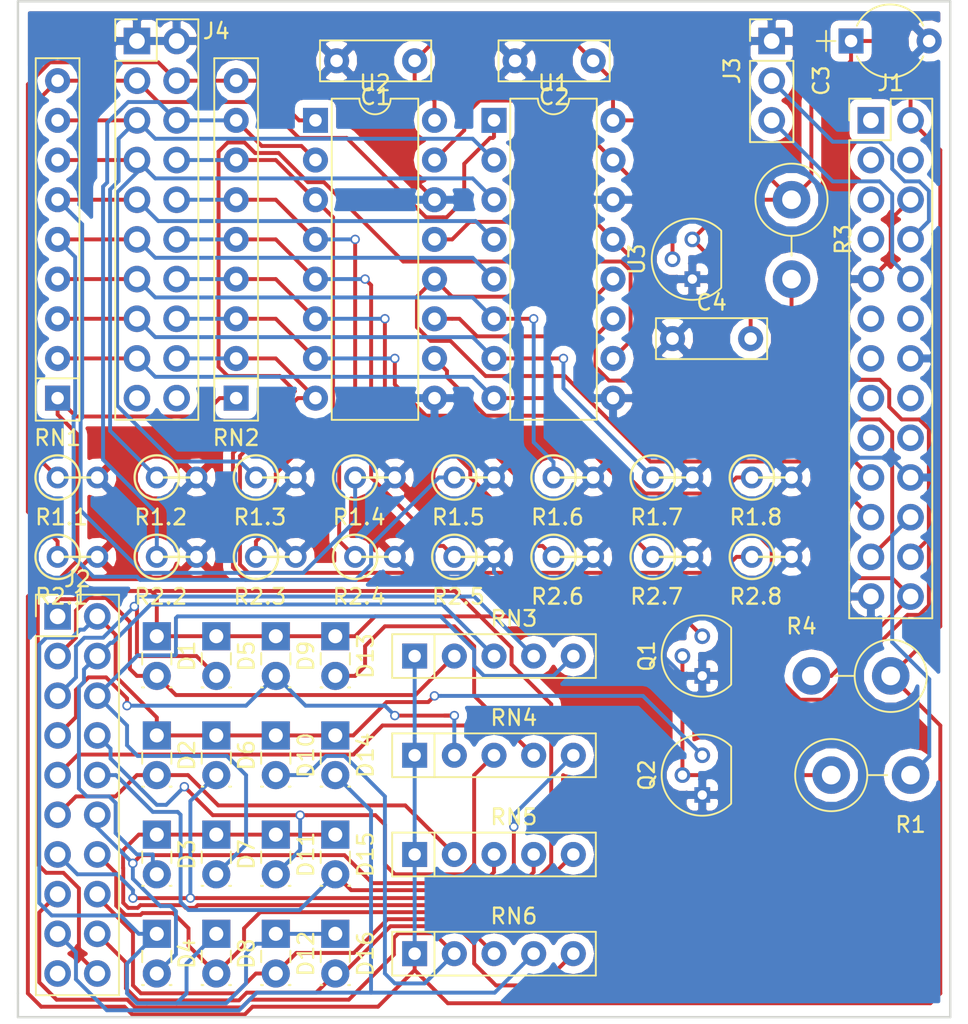
<source format=kicad_pcb>
(kicad_pcb (version 4) (host pcbnew 4.0.6+dfsg1-1)
  (layers (0 F.Cu signal) (31 B.Cu signal) (34 B.Paste user hide) (35 F.Paste user hide) (36 B.SilkS user) (37 F.SilkS user) (38 B.Mask user) (39 F.Mask user) (44 Edge.Cuts user))
  (net 0 "")
  (net 1 +5V)
  (net 2 GND)
  (net 3 LED_D1)
  (net 4 LED_D1_1)
  (net 5 LED_D2)
  (net 6 LED_D2_1)
  (net 7 LED_D2_2)
  (net 8 LED_D2_3)
  (net 9 LED_D1_4)
  (net 10 LED_D2_4)
  (net 11 LED_D1_5)
  (net 12 LED_D2_5)
  (net 13 LED_D2_6)
  (net 14 LED_D2_7)
  (net 15 LED_D1_8)
  (net 16 LED_D2_8)
  (net 17 "Net-(J1-Pad1)")
  (net 18 "Net-(J1-Pad3)")
  (net 19 "Net-(J1-Pad4)")
  (net 20 "Net-(J1-Pad5)")
  (net 21 "Net-(J1-Pad7)")
  (net 22 TXD)
  (net 23 RXD)
  (net 24 "Net-(J1-Pad11)")
  (net 25 "Net-(J1-Pad12)")
  (net 26 "Net-(J1-Pad13)")
  (net 27 "Net-(J1-Pad15)")
  (net 28 "Net-(J1-Pad16)")
  (net 29 "Net-(J1-Pad17)")
  (net 30 "Net-(J1-Pad18)")
  (net 31 MOSI)
  (net 32 MISO)
  (net 33 GPIO25)
  (net 34 CLK)
  (net 35 CE0)
  (net 36 CE1)
  (net 37 LED_D1_2)
  (net 38 LED_D1_3)
  (net 39 LED_D1_6)
  (net 40 LED_D1_7)
  (net 41 "Net-(J2-Pad19)")
  (net 42 "Net-(J4-Pad3)")
  (net 43 "Net-(J4-Pad4)")
  (net 44 "Net-(J4-Pad5)")
  (net 45 "Net-(J4-Pad6)")
  (net 46 "Net-(J4-Pad7)")
  (net 47 "Net-(J4-Pad8)")
  (net 48 "Net-(J4-Pad9)")
  (net 49 "Net-(J4-Pad10)")
  (net 50 "Net-(J4-Pad11)")
  (net 51 "Net-(J4-Pad12)")
  (net 52 "Net-(J4-Pad13)")
  (net 53 "Net-(J4-Pad14)")
  (net 54 "Net-(J4-Pad15)")
  (net 55 "Net-(J4-Pad16)")
  (net 56 "Net-(J4-Pad17)")
  (net 57 "Net-(J4-Pad18)")
  (net 58 "Net-(J4-Pad19)")
  (net 59 "Net-(J4-Pad20)")
  (net 60 "Net-(Q1-Pad2)")
  (net 61 Vref)
  (module Capacitors_THT:C_Disc_D7.0mm_W2.5mm_P5.00mm (layer F.Cu) (at 74.93 34.29 180)
    (fp_text reference C1 (at 2.5 -2.31 180) (layer F.SilkS))
    (fp_text value 100n)
    (pad 1 thru_hole circle (at 0 0 180) (size 1.6 1.6) (drill 0.8) (layers *.Cu *.Mask) (net 1 +5V))
    (pad 2 thru_hole circle (at 5 0 180) (size 1.6 1.6) (drill 0.8) (layers *.Cu *.Mask) (net 2 GND))
  )
  (module Capacitors_THT:C_Disc_D7.0mm_W2.5mm_P5.00mm (layer F.Cu) (at 86.36 34.29 180)
    (fp_text reference C2 (at 2.5 -2.31 180) (layer F.SilkS))
    (fp_text value 100n)
    (pad 1 thru_hole circle (at 0 0 180) (size 1.6 1.6) (drill 0.8) (layers *.Cu *.Mask) (net 1 +5V))
    (pad 2 thru_hole circle (at 5 0 180) (size 1.6 1.6) (drill 0.8) (layers *.Cu *.Mask) (net 2 GND))
  )
  (module Capacitors_THT:CP_Radial_Tantal_D4.5mm_P5.00mm (layer F.Cu) (at 102.87 33.02)
    (fp_text reference C3 (at -1.905 2.54 90) (layer F.SilkS))
    (fp_text value 10µ)
    (pad 1 thru_hole rect (at 0 0) (size 1.6 1.6) (drill 0.8) (layers *.Cu *.Mask) (net 1 +5V))
    (pad 2 thru_hole circle (at 5 0) (size 1.6 1.6) (drill 0.8) (layers *.Cu *.Mask) (net 2 GND))
  )
  (module Capacitors_THT:C_Disc_D7.0mm_W2.5mm_P5.00mm (layer F.Cu) (at 91.44 52.07)
    (fp_text reference C4 (at 2.5 -2.31) (layer F.SilkS))
    (fp_text value 100n)
    (pad 1 thru_hole circle (at 0 0) (size 1.6 1.6) (drill 0.8) (layers *.Cu *.Mask) (net 2 GND))
    (pad 2 thru_hole circle (at 5 0) (size 1.6 1.6) (drill 0.8) (layers *.Cu *.Mask) (net 1 +5V))
  )
  (module LEDs:LED_Rectangular_W3.9mm_H1.8mm_FlatTop (layer F.Cu) (at 58.42 71.12 270)
    (fp_text reference D1 (at 1.27 -1.935 270) (layer F.SilkS))
    (fp_text value LED)
    (pad 1 thru_hole rect (at 0 0 270) (size 1.8 1.8) (drill 0.9) (layers *.Cu *.Mask) (net 3 LED_D1))
    (pad 2 thru_hole circle (at 2.54 0 270) (size 1.8 1.8) (drill 0.9) (layers *.Cu *.Mask) (net 4 LED_D1_1))
  )
  (module LEDs:LED_Rectangular_W3.9mm_H1.8mm_FlatTop (layer F.Cu) (at 58.42 77.47 270)
    (fp_text reference D2 (at 1.27 -1.935 270) (layer F.SilkS))
    (fp_text value LED)
    (pad 1 thru_hole rect (at 0 0 270) (size 1.8 1.8) (drill 0.9) (layers *.Cu *.Mask) (net 5 LED_D2))
    (pad 2 thru_hole circle (at 2.54 0 270) (size 1.8 1.8) (drill 0.9) (layers *.Cu *.Mask) (net 6 LED_D2_1))
  )
  (module LEDs:LED_Rectangular_W3.9mm_H1.8mm_FlatTop (layer F.Cu) (at 58.42 83.82 270)
    (fp_text reference D3 (at 1.27 -1.935 270) (layer F.SilkS))
    (fp_text value LED)
    (pad 1 thru_hole rect (at 0 0 270) (size 1.8 1.8) (drill 0.9) (layers *.Cu *.Mask) (net 3 LED_D1))
    (pad 2 thru_hole circle (at 2.54 0 270) (size 1.8 1.8) (drill 0.9) (layers *.Cu *.Mask) (net 37 LED_D1_2))
  )
  (module LEDs:LED_Rectangular_W3.9mm_H1.8mm_FlatTop (layer F.Cu) (at 58.42 90.17 270)
    (fp_text reference D4 (at 1.27 -1.935 270) (layer F.SilkS))
    (fp_text value LED)
    (pad 1 thru_hole rect (at 0 0 270) (size 1.8 1.8) (drill 0.9) (layers *.Cu *.Mask) (net 5 LED_D2))
    (pad 2 thru_hole circle (at 2.54 0 270) (size 1.8 1.8) (drill 0.9) (layers *.Cu *.Mask) (net 7 LED_D2_2))
  )
  (module LEDs:LED_Rectangular_W3.9mm_H1.8mm_FlatTop (layer F.Cu) (at 62.23 71.12 270)
    (fp_text reference D5 (at 1.27 -1.935 270) (layer F.SilkS))
    (fp_text value LED)
    (pad 1 thru_hole rect (at 0 0 270) (size 1.8 1.8) (drill 0.9) (layers *.Cu *.Mask) (net 3 LED_D1))
    (pad 2 thru_hole circle (at 2.54 0 270) (size 1.8 1.8) (drill 0.9) (layers *.Cu *.Mask) (net 38 LED_D1_3))
  )
  (module LEDs:LED_Rectangular_W3.9mm_H1.8mm_FlatTop (layer F.Cu) (at 62.23 77.47 270)
    (fp_text reference D6 (at 1.27 -1.935 270) (layer F.SilkS))
    (fp_text value LED)
    (pad 1 thru_hole rect (at 0 0 270) (size 1.8 1.8) (drill 0.9) (layers *.Cu *.Mask) (net 5 LED_D2))
    (pad 2 thru_hole circle (at 2.54 0 270) (size 1.8 1.8) (drill 0.9) (layers *.Cu *.Mask) (net 8 LED_D2_3))
  )
  (module LEDs:LED_Rectangular_W3.9mm_H1.8mm_FlatTop (layer F.Cu) (at 62.23 83.82 270)
    (fp_text reference D7 (at 1.27 -1.935 270) (layer F.SilkS))
    (fp_text value LED)
    (pad 1 thru_hole rect (at 0 0 270) (size 1.8 1.8) (drill 0.9) (layers *.Cu *.Mask) (net 3 LED_D1))
    (pad 2 thru_hole circle (at 2.54 0 270) (size 1.8 1.8) (drill 0.9) (layers *.Cu *.Mask) (net 9 LED_D1_4))
  )
  (module LEDs:LED_Rectangular_W3.9mm_H1.8mm_FlatTop (layer F.Cu) (at 62.23 90.17 270)
    (fp_text reference D8 (at 1.27 -1.935 270) (layer F.SilkS))
    (fp_text value LED)
    (pad 1 thru_hole rect (at 0 0 270) (size 1.8 1.8) (drill 0.9) (layers *.Cu *.Mask) (net 5 LED_D2))
    (pad 2 thru_hole circle (at 2.54 0 270) (size 1.8 1.8) (drill 0.9) (layers *.Cu *.Mask) (net 10 LED_D2_4))
  )
  (module LEDs:LED_Rectangular_W3.9mm_H1.8mm_FlatTop (layer F.Cu) (at 66.04 71.12 270)
    (fp_text reference D9 (at 1.27 -1.935 270) (layer F.SilkS))
    (fp_text value LED)
    (pad 1 thru_hole rect (at 0 0 270) (size 1.8 1.8) (drill 0.9) (layers *.Cu *.Mask) (net 3 LED_D1))
    (pad 2 thru_hole circle (at 2.54 0 270) (size 1.8 1.8) (drill 0.9) (layers *.Cu *.Mask) (net 11 LED_D1_5))
  )
  (module LEDs:LED_Rectangular_W3.9mm_H1.8mm_FlatTop (layer F.Cu) (at 66.04 77.47 270)
    (fp_text reference D10 (at 1.27 -1.935 270) (layer F.SilkS))
    (fp_text value LED)
    (pad 1 thru_hole rect (at 0 0 270) (size 1.8 1.8) (drill 0.9) (layers *.Cu *.Mask) (net 5 LED_D2))
    (pad 2 thru_hole circle (at 2.54 0 270) (size 1.8 1.8) (drill 0.9) (layers *.Cu *.Mask) (net 12 LED_D2_5))
  )
  (module LEDs:LED_Rectangular_W3.9mm_H1.8mm_FlatTop (layer F.Cu) (at 66.04 83.82 270)
    (fp_text reference D11 (at 1.27 -1.935 270) (layer F.SilkS))
    (fp_text value LED)
    (pad 1 thru_hole rect (at 0 0 270) (size 1.8 1.8) (drill 0.9) (layers *.Cu *.Mask) (net 3 LED_D1))
    (pad 2 thru_hole circle (at 2.54 0 270) (size 1.8 1.8) (drill 0.9) (layers *.Cu *.Mask) (net 39 LED_D1_6))
  )
  (module LEDs:LED_Rectangular_W3.9mm_H1.8mm_FlatTop (layer F.Cu) (at 66.04 90.17 270)
    (fp_text reference D12 (at 1.27 -1.935 270) (layer F.SilkS))
    (fp_text value LED)
    (pad 1 thru_hole rect (at 0 0 270) (size 1.8 1.8) (drill 0.9) (layers *.Cu *.Mask) (net 5 LED_D2))
    (pad 2 thru_hole circle (at 2.54 0 270) (size 1.8 1.8) (drill 0.9) (layers *.Cu *.Mask) (net 13 LED_D2_6))
  )
  (module LEDs:LED_Rectangular_W3.9mm_H1.8mm_FlatTop (layer F.Cu) (at 69.85 71.12 270)
    (fp_text reference D13 (at 1.27 -1.935 270) (layer F.SilkS))
    (fp_text value LED)
    (pad 1 thru_hole rect (at 0 0 270) (size 1.8 1.8) (drill 0.9) (layers *.Cu *.Mask) (net 3 LED_D1))
    (pad 2 thru_hole circle (at 2.54 0 270) (size 1.8 1.8) (drill 0.9) (layers *.Cu *.Mask) (net 40 LED_D1_7))
  )
  (module LEDs:LED_Rectangular_W3.9mm_H1.8mm_FlatTop (layer F.Cu) (at 69.85 77.47 270)
    (fp_text reference D14 (at 1.27 -1.935 270) (layer F.SilkS))
    (fp_text value LED)
    (pad 1 thru_hole rect (at 0 0 270) (size 1.8 1.8) (drill 0.9) (layers *.Cu *.Mask) (net 5 LED_D2))
    (pad 2 thru_hole circle (at 2.54 0 270) (size 1.8 1.8) (drill 0.9) (layers *.Cu *.Mask) (net 14 LED_D2_7))
  )
  (module LEDs:LED_Rectangular_W3.9mm_H1.8mm_FlatTop (layer F.Cu) (at 69.85 83.82 270)
    (fp_text reference D15 (at 1.27 -1.935 270) (layer F.SilkS))
    (fp_text value LED)
    (pad 1 thru_hole rect (at 0 0 270) (size 1.8 1.8) (drill 0.9) (layers *.Cu *.Mask) (net 3 LED_D1))
    (pad 2 thru_hole circle (at 2.54 0 270) (size 1.8 1.8) (drill 0.9) (layers *.Cu *.Mask) (net 15 LED_D1_8))
  )
  (module LEDs:LED_Rectangular_W3.9mm_H1.8mm_FlatTop (layer F.Cu) (at 69.85 90.17 270)
    (fp_text reference D16 (at 1.27 -1.935 270) (layer F.SilkS))
    (fp_text value LED)
    (pad 1 thru_hole rect (at 0 0 270) (size 1.8 1.8) (drill 0.9) (layers *.Cu *.Mask) (net 5 LED_D2))
    (pad 2 thru_hole circle (at 2.54 0 270) (size 1.8 1.8) (drill 0.9) (layers *.Cu *.Mask) (net 16 LED_D2_8))
  )
  (module Pin_Headers:Pin_Header_Straight_2x13_Pitch2.54mm (layer F.Cu) (at 104.14 38.1)
    (fp_text reference J1 (at 1.27 -2.39) (layer F.SilkS))
    (fp_text value CONN_02X13)
    (pad 1 thru_hole rect (at 0 0) (size 1.7 1.7) (drill 1) (layers *.Cu *.Mask) (net 17 "Net-(J1-Pad1)"))
    (pad 2 thru_hole oval (at 2.54 0) (size 1.7 1.7) (drill 1) (layers *.Cu *.Mask) (net 1 +5V))
    (pad 3 thru_hole oval (at 0 2.54) (size 1.7 1.7) (drill 1) (layers *.Cu *.Mask) (net 18 "Net-(J1-Pad3)"))
    (pad 4 thru_hole oval (at 2.54 2.54) (size 1.7 1.7) (drill 1) (layers *.Cu *.Mask) (net 19 "Net-(J1-Pad4)"))
    (pad 5 thru_hole oval (at 0 5.08) (size 1.7 1.7) (drill 1) (layers *.Cu *.Mask) (net 20 "Net-(J1-Pad5)"))
    (pad 6 thru_hole oval (at 2.54 5.08) (size 1.7 1.7) (drill 1) (layers *.Cu *.Mask) (net 2 GND))
    (pad 7 thru_hole oval (at 0 7.62) (size 1.7 1.7) (drill 1) (layers *.Cu *.Mask) (net 21 "Net-(J1-Pad7)"))
    (pad 8 thru_hole oval (at 2.54 7.62) (size 1.7 1.7) (drill 1) (layers *.Cu *.Mask) (net 22 TXD))
    (pad 9 thru_hole oval (at 0 10.16) (size 1.7 1.7) (drill 1) (layers *.Cu *.Mask) (net 2 GND))
    (pad 10 thru_hole oval (at 2.54 10.16) (size 1.7 1.7) (drill 1) (layers *.Cu *.Mask) (net 23 RXD))
    (pad 11 thru_hole oval (at 0 12.7) (size 1.7 1.7) (drill 1) (layers *.Cu *.Mask) (net 24 "Net-(J1-Pad11)"))
    (pad 12 thru_hole oval (at 2.54 12.7) (size 1.7 1.7) (drill 1) (layers *.Cu *.Mask) (net 25 "Net-(J1-Pad12)"))
    (pad 13 thru_hole oval (at 0 15.24) (size 1.7 1.7) (drill 1) (layers *.Cu *.Mask) (net 26 "Net-(J1-Pad13)"))
    (pad 14 thru_hole oval (at 2.54 15.24) (size 1.7 1.7) (drill 1) (layers *.Cu *.Mask) (net 2 GND))
    (pad 15 thru_hole oval (at 0 17.78) (size 1.7 1.7) (drill 1) (layers *.Cu *.Mask) (net 27 "Net-(J1-Pad15)"))
    (pad 16 thru_hole oval (at 2.54 17.78) (size 1.7 1.7) (drill 1) (layers *.Cu *.Mask) (net 28 "Net-(J1-Pad16)"))
    (pad 17 thru_hole oval (at 0 20.32) (size 1.7 1.7) (drill 1) (layers *.Cu *.Mask) (net 29 "Net-(J1-Pad17)"))
    (pad 18 thru_hole oval (at 2.54 20.32) (size 1.7 1.7) (drill 1) (layers *.Cu *.Mask) (net 30 "Net-(J1-Pad18)"))
    (pad 19 thru_hole oval (at 0 22.86) (size 1.7 1.7) (drill 1) (layers *.Cu *.Mask) (net 31 MOSI))
    (pad 20 thru_hole oval (at 2.54 22.86) (size 1.7 1.7) (drill 1) (layers *.Cu *.Mask) (net 2 GND))
    (pad 21 thru_hole oval (at 0 25.4) (size 1.7 1.7) (drill 1) (layers *.Cu *.Mask) (net 32 MISO))
    (pad 22 thru_hole oval (at 2.54 25.4) (size 1.7 1.7) (drill 1) (layers *.Cu *.Mask) (net 33 GPIO25))
    (pad 23 thru_hole oval (at 0 27.94) (size 1.7 1.7) (drill 1) (layers *.Cu *.Mask) (net 34 CLK))
    (pad 24 thru_hole oval (at 2.54 27.94) (size 1.7 1.7) (drill 1) (layers *.Cu *.Mask) (net 35 CE0))
    (pad 25 thru_hole oval (at 0 30.48) (size 1.7 1.7) (drill 1) (layers *.Cu *.Mask) (net 2 GND))
    (pad 26 thru_hole oval (at 2.54 30.48) (size 1.7 1.7) (drill 1) (layers *.Cu *.Mask) (net 36 CE1))
  )
  (module Pin_Headers:Pin_Header_Straight_2x10_Pitch2.54mm (layer F.Cu) (at 52.07 69.85)
    (fp_text reference J2 (at 1.27 -2.39) (layer F.SilkS))
    (fp_text value CONN_02X10)
    (pad 1 thru_hole rect (at 0 0) (size 1.7 1.7) (drill 1) (layers *.Cu *.Mask) (net 3 LED_D1))
    (pad 2 thru_hole oval (at 2.54 0) (size 1.7 1.7) (drill 1) (layers *.Cu *.Mask) (net 5 LED_D2))
    (pad 3 thru_hole oval (at 0 2.54) (size 1.7 1.7) (drill 1) (layers *.Cu *.Mask) (net 4 LED_D1_1))
    (pad 4 thru_hole oval (at 2.54 2.54) (size 1.7 1.7) (drill 1) (layers *.Cu *.Mask) (net 37 LED_D1_2))
    (pad 5 thru_hole oval (at 0 5.08) (size 1.7 1.7) (drill 1) (layers *.Cu *.Mask) (net 38 LED_D1_3))
    (pad 6 thru_hole oval (at 2.54 5.08) (size 1.7 1.7) (drill 1) (layers *.Cu *.Mask) (net 9 LED_D1_4))
    (pad 7 thru_hole oval (at 0 7.62) (size 1.7 1.7) (drill 1) (layers *.Cu *.Mask) (net 11 LED_D1_5))
    (pad 8 thru_hole oval (at 2.54 7.62) (size 1.7 1.7) (drill 1) (layers *.Cu *.Mask) (net 39 LED_D1_6))
    (pad 9 thru_hole oval (at 0 10.16) (size 1.7 1.7) (drill 1) (layers *.Cu *.Mask) (net 40 LED_D1_7))
    (pad 10 thru_hole oval (at 2.54 10.16) (size 1.7 1.7) (drill 1) (layers *.Cu *.Mask) (net 15 LED_D1_8))
    (pad 11 thru_hole oval (at 0 12.7) (size 1.7 1.7) (drill 1) (layers *.Cu *.Mask) (net 6 LED_D2_1))
    (pad 12 thru_hole oval (at 2.54 12.7) (size 1.7 1.7) (drill 1) (layers *.Cu *.Mask) (net 7 LED_D2_2))
    (pad 13 thru_hole oval (at 0 15.24) (size 1.7 1.7) (drill 1) (layers *.Cu *.Mask) (net 8 LED_D2_3))
    (pad 14 thru_hole oval (at 2.54 15.24) (size 1.7 1.7) (drill 1) (layers *.Cu *.Mask) (net 10 LED_D2_4))
    (pad 15 thru_hole oval (at 0 17.78) (size 1.7 1.7) (drill 1) (layers *.Cu *.Mask) (net 12 LED_D2_5))
    (pad 16 thru_hole oval (at 2.54 17.78) (size 1.7 1.7) (drill 1) (layers *.Cu *.Mask) (net 13 LED_D2_6))
    (pad 17 thru_hole oval (at 0 20.32) (size 1.7 1.7) (drill 1) (layers *.Cu *.Mask) (net 14 LED_D2_7))
    (pad 18 thru_hole oval (at 2.54 20.32) (size 1.7 1.7) (drill 1) (layers *.Cu *.Mask) (net 16 LED_D2_8))
    (pad 19 thru_hole oval (at 0 22.86) (size 1.7 1.7) (drill 1) (layers *.Cu *.Mask) (net 41 "Net-(J2-Pad19)"))
    (pad 20 thru_hole oval (at 2.54 22.86) (size 1.7 1.7) (drill 1) (layers *.Cu *.Mask) (net 2 GND))
  )
  (module Pin_Headers:Pin_Header_Straight_1x03_Pitch2.54mm (layer F.Cu) (at 97.79 33.02)
    (fp_text reference J3 (at -2.54 1.905 90) (layer F.SilkS))
    (fp_text value CONN_01X03)
    (pad 1 thru_hole rect (at 0 0) (size 1.7 1.7) (drill 1) (layers *.Cu *.Mask) (net 2 GND))
    (pad 2 thru_hole oval (at 0 2.54) (size 1.7 1.7) (drill 1) (layers *.Cu *.Mask) (net 22 TXD))
    (pad 3 thru_hole oval (at 0 5.08) (size 1.7 1.7) (drill 1) (layers *.Cu *.Mask) (net 23 RXD))
  )
  (module Pin_Headers:Pin_Header_Straight_2x10_Pitch2.54mm (layer F.Cu) (at 57.15 33.02)
    (fp_text reference J4 (at 5.08 -0.635) (layer F.SilkS))
    (fp_text value CONN_02X10)
    (pad 1 thru_hole rect (at 0 0) (size 1.7 1.7) (drill 1) (layers *.Cu *.Mask) (net 2 GND))
    (pad 2 thru_hole oval (at 2.54 0) (size 1.7 1.7) (drill 1) (layers *.Cu *.Mask) (net 2 GND))
    (pad 3 thru_hole oval (at 0 2.54) (size 1.7 1.7) (drill 1) (layers *.Cu *.Mask) (net 42 "Net-(J4-Pad3)"))
    (pad 4 thru_hole oval (at 2.54 2.54) (size 1.7 1.7) (drill 1) (layers *.Cu *.Mask) (net 43 "Net-(J4-Pad4)"))
    (pad 5 thru_hole oval (at 0 5.08) (size 1.7 1.7) (drill 1) (layers *.Cu *.Mask) (net 44 "Net-(J4-Pad5)"))
    (pad 6 thru_hole oval (at 2.54 5.08) (size 1.7 1.7) (drill 1) (layers *.Cu *.Mask) (net 45 "Net-(J4-Pad6)"))
    (pad 7 thru_hole oval (at 0 7.62) (size 1.7 1.7) (drill 1) (layers *.Cu *.Mask) (net 46 "Net-(J4-Pad7)"))
    (pad 8 thru_hole oval (at 2.54 7.62) (size 1.7 1.7) (drill 1) (layers *.Cu *.Mask) (net 47 "Net-(J4-Pad8)"))
    (pad 9 thru_hole oval (at 0 10.16) (size 1.7 1.7) (drill 1) (layers *.Cu *.Mask) (net 48 "Net-(J4-Pad9)"))
    (pad 10 thru_hole oval (at 2.54 10.16) (size 1.7 1.7) (drill 1) (layers *.Cu *.Mask) (net 49 "Net-(J4-Pad10)"))
    (pad 11 thru_hole oval (at 0 12.7) (size 1.7 1.7) (drill 1) (layers *.Cu *.Mask) (net 50 "Net-(J4-Pad11)"))
    (pad 12 thru_hole oval (at 2.54 12.7) (size 1.7 1.7) (drill 1) (layers *.Cu *.Mask) (net 51 "Net-(J4-Pad12)"))
    (pad 13 thru_hole oval (at 0 15.24) (size 1.7 1.7) (drill 1) (layers *.Cu *.Mask) (net 52 "Net-(J4-Pad13)"))
    (pad 14 thru_hole oval (at 2.54 15.24) (size 1.7 1.7) (drill 1) (layers *.Cu *.Mask) (net 53 "Net-(J4-Pad14)"))
    (pad 15 thru_hole oval (at 0 17.78) (size 1.7 1.7) (drill 1) (layers *.Cu *.Mask) (net 54 "Net-(J4-Pad15)"))
    (pad 16 thru_hole oval (at 2.54 17.78) (size 1.7 1.7) (drill 1) (layers *.Cu *.Mask) (net 55 "Net-(J4-Pad16)"))
    (pad 17 thru_hole oval (at 0 20.32) (size 1.7 1.7) (drill 1) (layers *.Cu *.Mask) (net 56 "Net-(J4-Pad17)"))
    (pad 18 thru_hole oval (at 2.54 20.32) (size 1.7 1.7) (drill 1) (layers *.Cu *.Mask) (net 57 "Net-(J4-Pad18)"))
    (pad 19 thru_hole oval (at 0 22.86) (size 1.7 1.7) (drill 1) (layers *.Cu *.Mask) (net 58 "Net-(J4-Pad19)"))
    (pad 20 thru_hole oval (at 2.54 22.86) (size 1.7 1.7) (drill 1) (layers *.Cu *.Mask) (net 59 "Net-(J4-Pad20)"))
  )
  (module TO_SOT_Packages_THT:TO-92_Molded_Narrow (layer F.Cu) (at 93.345 73.66 90)
    (fp_text reference Q1 (at 1.27 -3.556 90) (layer F.SilkS))
    (fp_text value 2N3904)
    (pad 2 thru_hole circle (at 1.27 -1.27 180) (size 1 1) (drill 0.6) (layers *.Cu *.Mask) (net 60 "Net-(Q1-Pad2)"))
    (pad 3 thru_hole circle (at 2.54 0 180) (size 1 1) (drill 0.6) (layers *.Cu *.Mask) (net 3 LED_D1))
    (pad 1 thru_hole rect (at 0 0 180) (size 1 1) (drill 0.6) (layers *.Cu *.Mask) (net 2 GND))
  )
  (module TO_SOT_Packages_THT:TO-92_Molded_Narrow (layer F.Cu) (at 93.345 81.28 90)
    (fp_text reference Q2 (at 1.27 -3.556 90) (layer F.SilkS))
    (fp_text value 2N3904)
    (pad 2 thru_hole circle (at 1.27 -1.27 180) (size 1 1) (drill 0.6) (layers *.Cu *.Mask) (net 60 "Net-(Q1-Pad2)"))
    (pad 3 thru_hole circle (at 2.54 0 180) (size 1 1) (drill 0.6) (layers *.Cu *.Mask) (net 5 LED_D2))
    (pad 1 thru_hole rect (at 0 0 180) (size 1 1) (drill 0.6) (layers *.Cu *.Mask) (net 2 GND))
  )
  (module Resistors_THT:R_Axial_DIN0414_L11.9mm_D4.5mm_P5.08mm_Vertical (layer F.Cu) (at 101.6 80.01)
    (fp_text reference R1 (at 5.08 3.175 180) (layer F.SilkS))
    (fp_text value 4,7k)
    (pad 1 thru_hole circle (at 0 0) (size 2.4 2.4) (drill 1.2) (layers *.Cu *.Mask) (net 60 "Net-(Q1-Pad2)"))
    (pad 2 thru_hole oval (at 5.08 0) (size 2.4 2.4) (drill 1.2) (layers *.Cu *.Mask) (net 33 GPIO25))
  )
  (module Discret:R1 (layer F.Cu) (at 53.34 60.96)
    (fp_text reference R1.1 (at -1.016 2.54) (layer F.SilkS))
    (fp_text value R_PHOTO)
    (pad 1 thru_hole circle (at -1.27 0) (size 1.397 1.397) (drill 0.8128) (layers *.Cu *.Mask) (net 42 "Net-(J4-Pad3)"))
    (pad 2 thru_hole circle (at 1.27 0) (size 1.397 1.397) (drill 0.8128) (layers *.Cu *.Mask) (net 2 GND))
  )
  (module Discret:R1 (layer F.Cu) (at 59.69 60.96)
    (fp_text reference R1.2 (at -1.016 2.54) (layer F.SilkS))
    (fp_text value R_PHOTO)
    (pad 1 thru_hole circle (at -1.27 0) (size 1.397 1.397) (drill 0.8128) (layers *.Cu *.Mask) (net 44 "Net-(J4-Pad5)"))
    (pad 2 thru_hole circle (at 1.27 0) (size 1.397 1.397) (drill 0.8128) (layers *.Cu *.Mask) (net 2 GND))
  )
  (module Discret:R1 (layer F.Cu) (at 66.04 60.96)
    (fp_text reference R1.3 (at -1.016 2.54) (layer F.SilkS))
    (fp_text value R_PHOTO)
    (pad 1 thru_hole circle (at -1.27 0) (size 1.397 1.397) (drill 0.8128) (layers *.Cu *.Mask) (net 46 "Net-(J4-Pad7)"))
    (pad 2 thru_hole circle (at 1.27 0) (size 1.397 1.397) (drill 0.8128) (layers *.Cu *.Mask) (net 2 GND))
  )
  (module Discret:R1 (layer F.Cu) (at 72.39 60.96)
    (fp_text reference R1.4 (at -1.016 2.54) (layer F.SilkS))
    (fp_text value R_PHOTO)
    (pad 1 thru_hole circle (at -1.27 0) (size 1.397 1.397) (drill 0.8128) (layers *.Cu *.Mask) (net 48 "Net-(J4-Pad9)"))
    (pad 2 thru_hole circle (at 1.27 0) (size 1.397 1.397) (drill 0.8128) (layers *.Cu *.Mask) (net 2 GND))
  )
  (module Discret:R1 (layer F.Cu) (at 78.74 60.96)
    (fp_text reference R1.5 (at -1.016 2.54) (layer F.SilkS))
    (fp_text value R_PHOTO)
    (pad 1 thru_hole circle (at -1.27 0) (size 1.397 1.397) (drill 0.8128) (layers *.Cu *.Mask) (net 50 "Net-(J4-Pad11)"))
    (pad 2 thru_hole circle (at 1.27 0) (size 1.397 1.397) (drill 0.8128) (layers *.Cu *.Mask) (net 2 GND))
  )
  (module Discret:R1 (layer F.Cu) (at 85.09 60.96)
    (fp_text reference R1.6 (at -1.016 2.54) (layer F.SilkS))
    (fp_text value R_PHOTO)
    (pad 1 thru_hole circle (at -1.27 0) (size 1.397 1.397) (drill 0.8128) (layers *.Cu *.Mask) (net 52 "Net-(J4-Pad13)"))
    (pad 2 thru_hole circle (at 1.27 0) (size 1.397 1.397) (drill 0.8128) (layers *.Cu *.Mask) (net 2 GND))
  )
  (module Discret:R1 (layer F.Cu) (at 91.44 60.96)
    (fp_text reference R1.7 (at -1.016 2.54) (layer F.SilkS))
    (fp_text value R_PHOTO)
    (pad 1 thru_hole circle (at -1.27 0) (size 1.397 1.397) (drill 0.8128) (layers *.Cu *.Mask) (net 54 "Net-(J4-Pad15)"))
    (pad 2 thru_hole circle (at 1.27 0) (size 1.397 1.397) (drill 0.8128) (layers *.Cu *.Mask) (net 2 GND))
  )
  (module Discret:R1 (layer F.Cu) (at 97.79 60.96)
    (fp_text reference R1.8 (at -1.016 2.54) (layer F.SilkS))
    (fp_text value R_PHOTO)
    (pad 1 thru_hole circle (at -1.27 0) (size 1.397 1.397) (drill 0.8128) (layers *.Cu *.Mask) (net 56 "Net-(J4-Pad17)"))
    (pad 2 thru_hole circle (at 1.27 0) (size 1.397 1.397) (drill 0.8128) (layers *.Cu *.Mask) (net 2 GND))
  )
  (module Discret:R1 (layer F.Cu) (at 53.34 66.04)
    (fp_text reference R2.1 (at -1.016 2.54) (layer F.SilkS))
    (fp_text value R_PHOTO)
    (pad 1 thru_hole circle (at -1.27 0) (size 1.397 1.397) (drill 0.8128) (layers *.Cu *.Mask) (net 43 "Net-(J4-Pad4)"))
    (pad 2 thru_hole circle (at 1.27 0) (size 1.397 1.397) (drill 0.8128) (layers *.Cu *.Mask) (net 2 GND))
  )
  (module Discret:R1 (layer F.Cu) (at 59.69 66.04)
    (fp_text reference R2.2 (at -1.016 2.54) (layer F.SilkS))
    (fp_text value R_PHOTO)
    (pad 1 thru_hole circle (at -1.27 0) (size 1.397 1.397) (drill 0.8128) (layers *.Cu *.Mask) (net 45 "Net-(J4-Pad6)"))
    (pad 2 thru_hole circle (at 1.27 0) (size 1.397 1.397) (drill 0.8128) (layers *.Cu *.Mask) (net 2 GND))
  )
  (module Discret:R1 (layer F.Cu) (at 66.04 66.04)
    (fp_text reference R2.3 (at -1.016 2.54) (layer F.SilkS))
    (fp_text value R_PHOTO)
    (pad 1 thru_hole circle (at -1.27 0) (size 1.397 1.397) (drill 0.8128) (layers *.Cu *.Mask) (net 47 "Net-(J4-Pad8)"))
    (pad 2 thru_hole circle (at 1.27 0) (size 1.397 1.397) (drill 0.8128) (layers *.Cu *.Mask) (net 2 GND))
  )
  (module Discret:R1 (layer F.Cu) (at 72.39 66.04)
    (fp_text reference R2.4 (at -1.016 2.54) (layer F.SilkS))
    (fp_text value R_PHOTO)
    (pad 1 thru_hole circle (at -1.27 0) (size 1.397 1.397) (drill 0.8128) (layers *.Cu *.Mask) (net 49 "Net-(J4-Pad10)"))
    (pad 2 thru_hole circle (at 1.27 0) (size 1.397 1.397) (drill 0.8128) (layers *.Cu *.Mask) (net 2 GND))
  )
  (module Discret:R1 (layer F.Cu) (at 78.74 66.04)
    (fp_text reference R2.5 (at -1.016 2.54) (layer F.SilkS))
    (fp_text value R_PHOTO)
    (pad 1 thru_hole circle (at -1.27 0) (size 1.397 1.397) (drill 0.8128) (layers *.Cu *.Mask) (net 51 "Net-(J4-Pad12)"))
    (pad 2 thru_hole circle (at 1.27 0) (size 1.397 1.397) (drill 0.8128) (layers *.Cu *.Mask) (net 2 GND))
  )
  (module Discret:R1 (layer F.Cu) (at 85.09 66.04)
    (fp_text reference R2.6 (at -1.016 2.54) (layer F.SilkS))
    (fp_text value R_PHOTO)
    (pad 1 thru_hole circle (at -1.27 0) (size 1.397 1.397) (drill 0.8128) (layers *.Cu *.Mask) (net 53 "Net-(J4-Pad14)"))
    (pad 2 thru_hole circle (at 1.27 0) (size 1.397 1.397) (drill 0.8128) (layers *.Cu *.Mask) (net 2 GND))
  )
  (module Discret:R1 (layer F.Cu) (at 91.44 66.04)
    (fp_text reference R2.7 (at -1.016 2.54) (layer F.SilkS))
    (fp_text value R_PHOTO)
    (pad 1 thru_hole circle (at -1.27 0) (size 1.397 1.397) (drill 0.8128) (layers *.Cu *.Mask) (net 55 "Net-(J4-Pad16)"))
    (pad 2 thru_hole circle (at 1.27 0) (size 1.397 1.397) (drill 0.8128) (layers *.Cu *.Mask) (net 2 GND))
  )
  (module Discret:R1 (layer F.Cu) (at 97.79 66.04)
    (fp_text reference R2.8 (at -1.016 2.54) (layer F.SilkS))
    (fp_text value R_PHOTO)
    (pad 1 thru_hole circle (at -1.27 0) (size 1.397 1.397) (drill 0.8128) (layers *.Cu *.Mask) (net 57 "Net-(J4-Pad18)"))
    (pad 2 thru_hole circle (at 1.27 0) (size 1.397 1.397) (drill 0.8128) (layers *.Cu *.Mask) (net 2 GND))
  )
  (module Resistors_THT:R_Axial_DIN0414_L11.9mm_D4.5mm_P5.08mm_Vertical (layer F.Cu) (at 99.06 43.18 270)
    (fp_text reference R3 (at 2.54 -3.31 270) (layer F.SilkS))
    (fp_text value 100k)
    (pad 1 thru_hole circle (at 0 0 270) (size 2.4 2.4) (drill 1.2) (layers *.Cu *.Mask) (net 1 +5V))
    (pad 2 thru_hole oval (at 5.08 0 270) (size 2.4 2.4) (drill 1.2) (layers *.Cu *.Mask) (net 35 CE0))
  )
  (module Resistors_THT:R_Axial_DIN0414_L11.9mm_D4.5mm_P5.08mm_Vertical (layer F.Cu) (at 105.41 73.66 180)
    (fp_text reference R4 (at 5.715 3.175 360) (layer F.SilkS))
    (fp_text value 100k)
    (pad 1 thru_hole circle (at 0 0 180) (size 2.4 2.4) (drill 1.2) (layers *.Cu *.Mask) (net 1 +5V))
    (pad 2 thru_hole oval (at 5.08 0 180) (size 2.4 2.4) (drill 1.2) (layers *.Cu *.Mask) (net 36 CE1))
  )
  (module Resistors_THT:R_Array_SIP9 (layer F.Cu) (at 52.07 55.88 90)
    (fp_text reference RN1 (at -2.54 0 360) (layer F.SilkS))
    (fp_text value R_Network08)
    (pad 1 thru_hole rect (at 0 0 90) (size 1.6 1.6) (drill 0.8) (layers *.Cu *.Mask) (net 1 +5V))
    (pad 2 thru_hole oval (at 2.54 0 90) (size 1.6 1.6) (drill 0.8) (layers *.Cu *.Mask) (net 56 "Net-(J4-Pad17)"))
    (pad 3 thru_hole oval (at 5.08 0 90) (size 1.6 1.6) (drill 0.8) (layers *.Cu *.Mask) (net 54 "Net-(J4-Pad15)"))
    (pad 4 thru_hole oval (at 7.62 0 90) (size 1.6 1.6) (drill 0.8) (layers *.Cu *.Mask) (net 52 "Net-(J4-Pad13)"))
    (pad 5 thru_hole oval (at 10.16 0 90) (size 1.6 1.6) (drill 0.8) (layers *.Cu *.Mask) (net 50 "Net-(J4-Pad11)"))
    (pad 6 thru_hole oval (at 12.7 0 90) (size 1.6 1.6) (drill 0.8) (layers *.Cu *.Mask) (net 48 "Net-(J4-Pad9)"))
    (pad 7 thru_hole oval (at 15.24 0 90) (size 1.6 1.6) (drill 0.8) (layers *.Cu *.Mask) (net 46 "Net-(J4-Pad7)"))
    (pad 8 thru_hole oval (at 17.78 0 90) (size 1.6 1.6) (drill 0.8) (layers *.Cu *.Mask) (net 44 "Net-(J4-Pad5)"))
    (pad 9 thru_hole oval (at 20.32 0 90) (size 1.6 1.6) (drill 0.8) (layers *.Cu *.Mask) (net 42 "Net-(J4-Pad3)"))
  )
  (module Resistors_THT:R_Array_SIP9 (layer F.Cu) (at 63.5 55.88 90)
    (fp_text reference RN2 (at -2.54 0 180) (layer F.SilkS))
    (fp_text value R_Network08)
    (pad 1 thru_hole rect (at 0 0 90) (size 1.6 1.6) (drill 0.8) (layers *.Cu *.Mask) (net 1 +5V))
    (pad 2 thru_hole oval (at 2.54 0 90) (size 1.6 1.6) (drill 0.8) (layers *.Cu *.Mask) (net 57 "Net-(J4-Pad18)"))
    (pad 3 thru_hole oval (at 5.08 0 90) (size 1.6 1.6) (drill 0.8) (layers *.Cu *.Mask) (net 55 "Net-(J4-Pad16)"))
    (pad 4 thru_hole oval (at 7.62 0 90) (size 1.6 1.6) (drill 0.8) (layers *.Cu *.Mask) (net 53 "Net-(J4-Pad14)"))
    (pad 5 thru_hole oval (at 10.16 0 90) (size 1.6 1.6) (drill 0.8) (layers *.Cu *.Mask) (net 51 "Net-(J4-Pad12)"))
    (pad 6 thru_hole oval (at 12.7 0 90) (size 1.6 1.6) (drill 0.8) (layers *.Cu *.Mask) (net 49 "Net-(J4-Pad10)"))
    (pad 7 thru_hole oval (at 15.24 0 90) (size 1.6 1.6) (drill 0.8) (layers *.Cu *.Mask) (net 47 "Net-(J4-Pad8)"))
    (pad 8 thru_hole oval (at 17.78 0 90) (size 1.6 1.6) (drill 0.8) (layers *.Cu *.Mask) (net 45 "Net-(J4-Pad6)"))
    (pad 9 thru_hole oval (at 20.32 0 90) (size 1.6 1.6) (drill 0.8) (layers *.Cu *.Mask) (net 43 "Net-(J4-Pad4)"))
  )
  (module Resistors_THT:R_Array_SIP5 (layer F.Cu) (at 74.93 72.39)
    (fp_text reference RN3 (at 6.35 -2.4) (layer F.SilkS))
    (fp_text value R_Network04)
    (pad 1 thru_hole rect (at 0 0) (size 1.6 1.6) (drill 0.8) (layers *.Cu *.Mask) (net 1 +5V))
    (pad 2 thru_hole oval (at 2.54 0) (size 1.6 1.6) (drill 0.8) (layers *.Cu *.Mask) (net 4 LED_D1_1))
    (pad 3 thru_hole oval (at 5.08 0) (size 1.6 1.6) (drill 0.8) (layers *.Cu *.Mask) (net 37 LED_D1_2))
    (pad 4 thru_hole oval (at 7.62 0) (size 1.6 1.6) (drill 0.8) (layers *.Cu *.Mask) (net 38 LED_D1_3))
    (pad 5 thru_hole oval (at 10.16 0) (size 1.6 1.6) (drill 0.8) (layers *.Cu *.Mask) (net 9 LED_D1_4))
  )
  (module Resistors_THT:R_Array_SIP5 (layer F.Cu) (at 74.93 78.74)
    (fp_text reference RN4 (at 6.35 -2.4) (layer F.SilkS))
    (fp_text value R_Network04)
    (pad 1 thru_hole rect (at 0 0) (size 1.6 1.6) (drill 0.8) (layers *.Cu *.Mask) (net 1 +5V))
    (pad 2 thru_hole oval (at 2.54 0) (size 1.6 1.6) (drill 0.8) (layers *.Cu *.Mask) (net 11 LED_D1_5))
    (pad 3 thru_hole oval (at 5.08 0) (size 1.6 1.6) (drill 0.8) (layers *.Cu *.Mask) (net 39 LED_D1_6))
    (pad 4 thru_hole oval (at 7.62 0) (size 1.6 1.6) (drill 0.8) (layers *.Cu *.Mask) (net 40 LED_D1_7))
    (pad 5 thru_hole oval (at 10.16 0) (size 1.6 1.6) (drill 0.8) (layers *.Cu *.Mask) (net 15 LED_D1_8))
  )
  (module Resistors_THT:R_Array_SIP5 (layer F.Cu) (at 74.93 85.09)
    (fp_text reference RN5 (at 6.35 -2.4) (layer F.SilkS))
    (fp_text value R_Network04)
    (pad 1 thru_hole rect (at 0 0) (size 1.6 1.6) (drill 0.8) (layers *.Cu *.Mask) (net 1 +5V))
    (pad 2 thru_hole oval (at 2.54 0) (size 1.6 1.6) (drill 0.8) (layers *.Cu *.Mask) (net 6 LED_D2_1))
    (pad 3 thru_hole oval (at 5.08 0) (size 1.6 1.6) (drill 0.8) (layers *.Cu *.Mask) (net 7 LED_D2_2))
    (pad 4 thru_hole oval (at 7.62 0) (size 1.6 1.6) (drill 0.8) (layers *.Cu *.Mask) (net 8 LED_D2_3))
    (pad 5 thru_hole oval (at 10.16 0) (size 1.6 1.6) (drill 0.8) (layers *.Cu *.Mask) (net 10 LED_D2_4))
  )
  (module Resistors_THT:R_Array_SIP5 (layer F.Cu) (at 74.93 91.44)
    (fp_text reference RN6 (at 6.35 -2.4) (layer F.SilkS))
    (fp_text value R_Network04)
    (pad 1 thru_hole rect (at 0 0) (size 1.6 1.6) (drill 0.8) (layers *.Cu *.Mask) (net 1 +5V))
    (pad 2 thru_hole oval (at 2.54 0) (size 1.6 1.6) (drill 0.8) (layers *.Cu *.Mask) (net 12 LED_D2_5))
    (pad 3 thru_hole oval (at 5.08 0) (size 1.6 1.6) (drill 0.8) (layers *.Cu *.Mask) (net 13 LED_D2_6))
    (pad 4 thru_hole oval (at 7.62 0) (size 1.6 1.6) (drill 0.8) (layers *.Cu *.Mask) (net 14 LED_D2_7))
    (pad 5 thru_hole oval (at 10.16 0) (size 1.6 1.6) (drill 0.8) (layers *.Cu *.Mask) (net 16 LED_D2_8))
  )
  (module Housings_DIP:DIP-16_W7.62mm (layer F.Cu) (at 80.01 38.1)
    (fp_text reference U1 (at 3.81 -2.39) (layer F.SilkS))
    (fp_text value MCP3208)
    (pad 1 thru_hole rect (at 0 0) (size 1.6 1.6) (drill 0.8) (layers *.Cu *.Mask) (net 42 "Net-(J4-Pad3)"))
    (pad 9 thru_hole oval (at 7.62 17.78) (size 1.6 1.6) (drill 0.8) (layers *.Cu *.Mask) (net 2 GND))
    (pad 2 thru_hole oval (at 0 2.54) (size 1.6 1.6) (drill 0.8) (layers *.Cu *.Mask) (net 44 "Net-(J4-Pad5)"))
    (pad 10 thru_hole oval (at 7.62 15.24) (size 1.6 1.6) (drill 0.8) (layers *.Cu *.Mask) (net 35 CE0))
    (pad 3 thru_hole oval (at 0 5.08) (size 1.6 1.6) (drill 0.8) (layers *.Cu *.Mask) (net 46 "Net-(J4-Pad7)"))
    (pad 11 thru_hole oval (at 7.62 12.7) (size 1.6 1.6) (drill 0.8) (layers *.Cu *.Mask) (net 31 MOSI))
    (pad 4 thru_hole oval (at 0 7.62) (size 1.6 1.6) (drill 0.8) (layers *.Cu *.Mask) (net 48 "Net-(J4-Pad9)"))
    (pad 12 thru_hole oval (at 7.62 10.16) (size 1.6 1.6) (drill 0.8) (layers *.Cu *.Mask) (net 32 MISO))
    (pad 5 thru_hole oval (at 0 10.16) (size 1.6 1.6) (drill 0.8) (layers *.Cu *.Mask) (net 50 "Net-(J4-Pad11)"))
    (pad 13 thru_hole oval (at 7.62 7.62) (size 1.6 1.6) (drill 0.8) (layers *.Cu *.Mask) (net 34 CLK))
    (pad 6 thru_hole oval (at 0 12.7) (size 1.6 1.6) (drill 0.8) (layers *.Cu *.Mask) (net 52 "Net-(J4-Pad13)"))
    (pad 14 thru_hole oval (at 7.62 5.08) (size 1.6 1.6) (drill 0.8) (layers *.Cu *.Mask) (net 2 GND))
    (pad 7 thru_hole oval (at 0 15.24) (size 1.6 1.6) (drill 0.8) (layers *.Cu *.Mask) (net 54 "Net-(J4-Pad15)"))
    (pad 15 thru_hole oval (at 7.62 2.54) (size 1.6 1.6) (drill 0.8) (layers *.Cu *.Mask) (net 61 Vref))
    (pad 8 thru_hole oval (at 0 17.78) (size 1.6 1.6) (drill 0.8) (layers *.Cu *.Mask) (net 56 "Net-(J4-Pad17)"))
    (pad 16 thru_hole oval (at 7.62 0) (size 1.6 1.6) (drill 0.8) (layers *.Cu *.Mask) (net 1 +5V))
  )
  (module Housings_DIP:DIP-16_W7.62mm (layer F.Cu) (at 68.58 38.1)
    (fp_text reference U2 (at 3.81 -2.39) (layer F.SilkS))
    (fp_text value MCP3208)
    (pad 1 thru_hole rect (at 0 0) (size 1.6 1.6) (drill 0.8) (layers *.Cu *.Mask) (net 43 "Net-(J4-Pad4)"))
    (pad 9 thru_hole oval (at 7.62 17.78) (size 1.6 1.6) (drill 0.8) (layers *.Cu *.Mask) (net 2 GND))
    (pad 2 thru_hole oval (at 0 2.54) (size 1.6 1.6) (drill 0.8) (layers *.Cu *.Mask) (net 45 "Net-(J4-Pad6)"))
    (pad 10 thru_hole oval (at 7.62 15.24) (size 1.6 1.6) (drill 0.8) (layers *.Cu *.Mask) (net 36 CE1))
    (pad 3 thru_hole oval (at 0 5.08) (size 1.6 1.6) (drill 0.8) (layers *.Cu *.Mask) (net 47 "Net-(J4-Pad8)"))
    (pad 11 thru_hole oval (at 7.62 12.7) (size 1.6 1.6) (drill 0.8) (layers *.Cu *.Mask) (net 31 MOSI))
    (pad 4 thru_hole oval (at 0 7.62) (size 1.6 1.6) (drill 0.8) (layers *.Cu *.Mask) (net 49 "Net-(J4-Pad10)"))
    (pad 12 thru_hole oval (at 7.62 10.16) (size 1.6 1.6) (drill 0.8) (layers *.Cu *.Mask) (net 32 MISO))
    (pad 5 thru_hole oval (at 0 10.16) (size 1.6 1.6) (drill 0.8) (layers *.Cu *.Mask) (net 51 "Net-(J4-Pad12)"))
    (pad 13 thru_hole oval (at 7.62 7.62) (size 1.6 1.6) (drill 0.8) (layers *.Cu *.Mask) (net 34 CLK))
    (pad 6 thru_hole oval (at 0 12.7) (size 1.6 1.6) (drill 0.8) (layers *.Cu *.Mask) (net 53 "Net-(J4-Pad14)"))
    (pad 14 thru_hole oval (at 7.62 5.08) (size 1.6 1.6) (drill 0.8) (layers *.Cu *.Mask) (net 2 GND))
    (pad 7 thru_hole oval (at 0 15.24) (size 1.6 1.6) (drill 0.8) (layers *.Cu *.Mask) (net 55 "Net-(J4-Pad16)"))
    (pad 15 thru_hole oval (at 7.62 2.54) (size 1.6 1.6) (drill 0.8) (layers *.Cu *.Mask) (net 61 Vref))
    (pad 8 thru_hole oval (at 0 17.78) (size 1.6 1.6) (drill 0.8) (layers *.Cu *.Mask) (net 57 "Net-(J4-Pad18)"))
    (pad 16 thru_hole oval (at 7.62 0) (size 1.6 1.6) (drill 0.8) (layers *.Cu *.Mask) (net 1 +5V))
  )
  (module TO_SOT_Packages_THT:TO-92_Molded_Narrow (layer F.Cu) (at 92.71 48.26 90)
    (fp_text reference U3 (at 1.27 -3.556 90) (layer F.SilkS))
    (fp_text value MCP1541)
    (pad 2 thru_hole circle (at 1.27 -1.27 180) (size 1 1) (drill 0.6) (layers *.Cu *.Mask) (net 61 Vref))
    (pad 3 thru_hole circle (at 2.54 0 180) (size 1 1) (drill 0.6) (layers *.Cu *.Mask) (net 1 +5V))
    (pad 1 thru_hole rect (at 0 0 180) (size 1 1) (drill 0.6) (layers *.Cu *.Mask) (net 2 GND))
  )
  (gr_line (start 49.53 95.504) (end 49.53 93.98) (layer Edge.Cuts) (width 0.15))
  (gr_line (start 109.22 95.504) (end 49.53 95.504) (layer Edge.Cuts) (width 0.15))
  (gr_line (start 49.53 30.48) (end 49.53 93.98) (layer Edge.Cuts) (width 0.15))
  (gr_line (start 109.22 30.48) (end 109.22 95.504) (layer Edge.Cuts) (width 0.15))
  (gr_line (start 49.53 30.48) (end 109.22 30.48) (layer Edge.Cuts) (width 0.15))
  (segment (start 72.584977 94.835023) (end 74.93 92.49) (width 0.25) (layer F.Cu) (net 1))
  (segment (start 64.551417 94.835023) (end 72.584977 94.835023) (width 0.25) (layer F.Cu) (net 1))
  (segment (start 51.020023 94.835023) (end 56.349791 94.835023) (width 0.25) (layer F.Cu) (net 1))
  (segment (start 50.165 93.98) (end 51.020023 94.835023) (width 0.25) (layer F.Cu) (net 1))
  (segment (start 50.165 68.578589) (end 50.165 93.98) (width 0.25) (layer F.Cu) (net 1))
  (segment (start 56.349791 94.835023) (end 56.8448 95.330033) (width 0.25) (layer F.Cu) (net 1))
  (segment (start 51.248599 67.494991) (end 50.165 68.578589) (width 0.25) (layer F.Cu) (net 1))
  (segment (start 52.129791 67.494991) (end 51.248599 67.494991) (width 0.25) (layer F.Cu) (net 1))
  (segment (start 53.34 66.284782) (end 52.129791 67.494991) (width 0.25) (layer F.Cu) (net 1))
  (segment (start 53.34 58.2) (end 53.34 66.284782) (width 0.25) (layer F.Cu) (net 1))
  (segment (start 64.056408 95.330033) (end 64.551417 94.835023) (width 0.25) (layer F.Cu) (net 1))
  (segment (start 56.8448 95.330033) (end 64.056408 95.330033) (width 0.25) (layer F.Cu) (net 1))
  (segment (start 52.07 56.93) (end 53.34 58.2) (width 0.25) (layer F.Cu) (net 1))
  (segment (start 52.07 55.88) (end 52.07 56.93) (width 0.25) (layer F.Cu) (net 1))
  (segment (start 74.93 78.74) (end 74.93 77.69) (width 0.25) (layer B.Cu) (net 1))
  (segment (start 74.93 77.69) (end 74.93 72.39) (width 0.25) (layer B.Cu) (net 1))
  (segment (start 74.93 85.09) (end 74.93 84.04) (width 0.25) (layer B.Cu) (net 1))
  (segment (start 74.93 84.04) (end 74.93 78.74) (width 0.25) (layer B.Cu) (net 1))
  (segment (start 74.93 91.44) (end 74.93 85.09) (width 0.25) (layer B.Cu) (net 1))
  (segment (start 107.95 94.615) (end 77.055 94.615) (width 0.25) (layer F.Cu) (net 1))
  (segment (start 77.055 94.615) (end 74.93 92.49) (width 0.25) (layer F.Cu) (net 1))
  (segment (start 74.93 92.49) (end 74.93 91.44) (width 0.25) (layer F.Cu) (net 1))
  (segment (start 108.585 93.98) (end 107.95 94.615) (width 0.25) (layer F.Cu) (net 1))
  (segment (start 108.585 76.835) (end 108.585 93.98) (width 0.25) (layer F.Cu) (net 1))
  (segment (start 105.41 73.66) (end 108.585 76.835) (width 0.25) (layer F.Cu) (net 1))
  (segment (start 108.585 70.485) (end 108.585 40.005) (width 0.25) (layer F.Cu) (net 1))
  (segment (start 108.585 40.005) (end 106.68 38.1) (width 0.25) (layer F.Cu) (net 1))
  (segment (start 105.41 73.66) (end 108.585 70.485) (width 0.25) (layer F.Cu) (net 1))
  (segment (start 52.07 55.88) (end 53.245001 57.055001) (width 0.25) (layer F.Cu) (net 1))
  (segment (start 61.274999 57.055001) (end 62.45 55.88) (width 0.25) (layer F.Cu) (net 1))
  (segment (start 53.245001 57.055001) (end 61.274999 57.055001) (width 0.25) (layer F.Cu) (net 1))
  (segment (start 62.45 55.88) (end 63.5 55.88) (width 0.25) (layer F.Cu) (net 1))
  (segment (start 96.44 52.07) (end 96.44 50.72) (width 0.25) (layer F.Cu) (net 1))
  (segment (start 95.25 48.26) (end 92.71 45.72) (width 0.25) (layer F.Cu) (net 1))
  (segment (start 95.25 49.53) (end 95.25 48.26) (width 0.25) (layer F.Cu) (net 1))
  (segment (start 96.44 50.72) (end 95.25 49.53) (width 0.25) (layer F.Cu) (net 1))
  (segment (start 99.06 43.18) (end 95.25 43.18) (width 0.25) (layer F.Cu) (net 1))
  (segment (start 95.25 43.18) (end 92.71 45.72) (width 0.25) (layer F.Cu) (net 1))
  (segment (start 86.36 34.29) (end 84.455 32.385) (width 0.25) (layer F.Cu) (net 1))
  (segment (start 76.835 32.385) (end 74.93 34.29) (width 0.25) (layer F.Cu) (net 1))
  (segment (start 84.455 32.385) (end 76.835 32.385) (width 0.25) (layer F.Cu) (net 1))
  (segment (start 74.93 34.29) (end 74.93 35.56) (width 0.25) (layer F.Cu) (net 1))
  (segment (start 74.93 35.56) (end 76.2 36.83) (width 0.25) (layer F.Cu) (net 1))
  (segment (start 76.2 36.83) (end 76.2 38.1) (width 0.25) (layer F.Cu) (net 1))
  (segment (start 87.63 38.1) (end 87.63 35.56) (width 0.25) (layer F.Cu) (net 1))
  (segment (start 87.63 35.56) (end 86.36 34.29) (width 0.25) (layer F.Cu) (net 1))
  (segment (start 99.06 43.18) (end 95.885 40.005) (width 0.25) (layer F.Cu) (net 1))
  (segment (start 94.615 38.1) (end 87.63 38.1) (width 0.25) (layer F.Cu) (net 1))
  (segment (start 95.885 39.37) (end 94.615 38.1) (width 0.25) (layer F.Cu) (net 1))
  (segment (start 95.885 40.005) (end 95.885 39.37) (width 0.25) (layer F.Cu) (net 1))
  (segment (start 102.87 33.02) (end 102.87 34.29) (width 0.25) (layer F.Cu) (net 1))
  (segment (start 100.33 41.91) (end 99.06 43.18) (width 0.25) (layer F.Cu) (net 1))
  (segment (start 100.33 36.83) (end 100.33 41.91) (width 0.25) (layer F.Cu) (net 1))
  (segment (start 102.87 34.29) (end 100.33 36.83) (width 0.25) (layer F.Cu) (net 1))
  (segment (start 106.68 38.1) (end 106.68 34.925) (width 0.25) (layer F.Cu) (net 1))
  (segment (start 104.775 33.02) (end 102.87 33.02) (width 0.25) (layer F.Cu) (net 1))
  (segment (start 106.68 34.925) (end 104.775 33.02) (width 0.25) (layer F.Cu) (net 1))
  (segment (start 106.68 43.18) (end 105.41 44.45) (width 0.25) (layer F.Cu) (net 2))
  (segment (start 105.41 46.99) (end 104.14 48.26) (width 0.25) (layer F.Cu) (net 2))
  (segment (start 105.41 44.45) (end 105.41 46.99) (width 0.25) (layer F.Cu) (net 2))
  (segment (start 70.729999 37.709999) (end 75.400001 42.380001) (width 0.25) (layer F.Cu) (net 2))
  (segment (start 75.400001 42.380001) (end 76.2 43.18) (width 0.25) (layer F.Cu) (net 2))
  (segment (start 69.93 34.29) (end 70.729999 35.089999) (width 0.25) (layer F.Cu) (net 2))
  (segment (start 70.729999 35.089999) (end 70.729999 37.709999) (width 0.25) (layer F.Cu) (net 2))
  (segment (start 80.01 66.04) (end 80.01 67.027828) (width 0.25) (layer B.Cu) (net 2))
  (segment (start 80.01 67.027828) (end 83.277171 70.294999) (width 0.25) (layer B.Cu) (net 2))
  (segment (start 83.277171 70.294999) (end 88.758997 70.294999) (width 0.25) (layer B.Cu) (net 2))
  (segment (start 88.758997 70.294999) (end 92.123998 73.66) (width 0.25) (layer B.Cu) (net 2))
  (segment (start 92.123998 73.66) (end 92.595 73.66) (width 0.25) (layer B.Cu) (net 2))
  (segment (start 92.595 73.66) (end 93.345 73.66) (width 0.25) (layer B.Cu) (net 2))
  (segment (start 73.66 66.04) (end 74.683501 67.063501) (width 0.25) (layer B.Cu) (net 2))
  (segment (start 74.683501 67.063501) (end 78.986499 67.063501) (width 0.25) (layer B.Cu) (net 2))
  (segment (start 78.986499 67.063501) (end 79.311501 66.738499) (width 0.25) (layer B.Cu) (net 2))
  (segment (start 79.311501 66.738499) (end 80.01 66.04) (width 0.25) (layer B.Cu) (net 2))
  (segment (start 50.8 85.725) (end 50.8 68.58) (width 0.25) (layer F.Cu) (net 2))
  (segment (start 54.61 92.71) (end 53.434999 91.534999) (width 0.25) (layer F.Cu) (net 2))
  (segment (start 52.316192 67.945) (end 54.221192 66.04) (width 0.25) (layer F.Cu) (net 2))
  (segment (start 53.434999 91.534999) (end 53.434999 87.255997) (width 0.25) (layer F.Cu) (net 2))
  (segment (start 53.434999 87.255997) (end 52.444003 86.265001) (width 0.25) (layer F.Cu) (net 2))
  (segment (start 52.444003 86.265001) (end 51.340001 86.265001) (width 0.25) (layer F.Cu) (net 2))
  (segment (start 51.340001 86.265001) (end 50.8 85.725) (width 0.25) (layer F.Cu) (net 2))
  (segment (start 50.8 68.58) (end 51.434999 67.945001) (width 0.25) (layer F.Cu) (net 2))
  (segment (start 51.434999 67.945001) (end 52.316192 67.945) (width 0.25) (layer F.Cu) (net 2))
  (segment (start 54.221192 66.04) (end 54.61 66.04) (width 0.25) (layer F.Cu) (net 2))
  (segment (start 60.96 60.96) (end 59.055 62.865) (width 0.25) (layer F.Cu) (net 2))
  (segment (start 56.515 62.865) (end 54.61 60.96) (width 0.25) (layer F.Cu) (net 2))
  (segment (start 59.055 62.865) (end 56.515 62.865) (width 0.25) (layer F.Cu) (net 2))
  (segment (start 106.68 60.96) (end 105.41 59.69) (width 0.25) (layer B.Cu) (net 2))
  (segment (start 100.33 59.69) (end 99.06 60.96) (width 0.25) (layer B.Cu) (net 2))
  (segment (start 105.41 59.69) (end 100.33 59.69) (width 0.25) (layer B.Cu) (net 2))
  (segment (start 81.135001 71.849999) (end 77.509992 68.22499) (width 0.25) (layer F.Cu) (net 3))
  (segment (start 77.509992 68.22499) (end 53.696421 68.22499) (width 0.25) (layer F.Cu) (net 3))
  (segment (start 57.196001 88.509001) (end 57.370992 88.33401) (width 0.25) (layer F.Cu) (net 3))
  (segment (start 81.135001 72.930001) (end 81.135001 71.849999) (width 0.25) (layer F.Cu) (net 3))
  (segment (start 58.42 71.12) (end 58.42 68.58) (width 0.25) (layer F.Cu) (net 3))
  (segment (start 83.675001 75.470001) (end 81.135001 72.930001) (width 0.25) (layer F.Cu) (net 3))
  (segment (start 81.073771 88.334009) (end 83.675001 85.732779) (width 0.25) (layer F.Cu) (net 3))
  (segment (start 60.098906 88.33401) (end 60.271453 88.506557) (width 0.25) (layer F.Cu) (net 3))
  (segment (start 58.42 68.58) (end 58.064988 68.224988) (width 0.25) (layer F.Cu) (net 3))
  (segment (start 61.044003 88.334009) (end 81.073771 88.334009) (width 0.25) (layer F.Cu) (net 3))
  (segment (start 57.370992 88.33401) (end 60.098906 88.33401) (width 0.25) (layer F.Cu) (net 3))
  (segment (start 53.696421 68.22499) (end 53.171411 68.75) (width 0.25) (layer F.Cu) (net 3))
  (segment (start 83.675001 85.732779) (end 83.675001 75.470001) (width 0.25) (layer F.Cu) (net 3))
  (segment (start 56.595999 88.509001) (end 57.196001 88.509001) (width 0.25) (layer F.Cu) (net 3))
  (segment (start 56.270999 85.966107) (end 56.270999 88.184001) (width 0.25) (layer F.Cu) (net 3))
  (segment (start 56.261769 84.828231) (end 56.261769 85.956877) (width 0.25) (layer F.Cu) (net 3))
  (segment (start 56.270999 88.184001) (end 56.595999 88.509001) (width 0.25) (layer F.Cu) (net 3))
  (segment (start 53.696423 68.224988) (end 53.171411 68.75) (width 0.25) (layer F.Cu) (net 3))
  (segment (start 57.27 83.82) (end 56.261769 84.828231) (width 0.25) (layer F.Cu) (net 3))
  (segment (start 53.171411 68.75) (end 52.536411 68.75) (width 0.25) (layer F.Cu) (net 3))
  (segment (start 58.42 83.82) (end 57.27 83.82) (width 0.25) (layer F.Cu) (net 3))
  (segment (start 60.871455 88.506557) (end 61.044003 88.334009) (width 0.25) (layer F.Cu) (net 3))
  (segment (start 58.064988 68.224988) (end 53.696423 68.224988) (width 0.25) (layer F.Cu) (net 3))
  (segment (start 60.271453 88.506557) (end 60.871455 88.506557) (width 0.25) (layer F.Cu) (net 3))
  (segment (start 52.536411 68.75) (end 52.07 68.75) (width 0.25) (layer F.Cu) (net 3))
  (segment (start 56.261769 85.956877) (end 56.270999 85.966107) (width 0.25) (layer F.Cu) (net 3))
  (segment (start 52.07 68.75) (end 52.07 69.85) (width 0.25) (layer F.Cu) (net 3))
  (segment (start 69.85 71.12) (end 71.12 71.12) (width 0.25) (layer F.Cu) (net 3))
  (segment (start 92.075 69.85) (end 93.345 71.12) (width 0.25) (layer F.Cu) (net 3))
  (segment (start 72.39 69.85) (end 92.075 69.85) (width 0.25) (layer F.Cu) (net 3))
  (segment (start 71.12 71.12) (end 72.39 69.85) (width 0.25) (layer F.Cu) (net 3))
  (segment (start 69.85 71.12) (end 66.04 71.12) (width 0.25) (layer F.Cu) (net 3))
  (segment (start 66.04 71.12) (end 62.23 71.12) (width 0.25) (layer F.Cu) (net 3))
  (segment (start 62.23 71.12) (end 58.42 71.12) (width 0.25) (layer F.Cu) (net 3))
  (segment (start 66.04 83.82) (end 69.85 83.82) (width 0.25) (layer F.Cu) (net 3))
  (segment (start 62.23 83.82) (end 66.04 83.82) (width 0.25) (layer F.Cu) (net 3))
  (segment (start 58.42 83.82) (end 62.23 83.82) (width 0.25) (layer F.Cu) (net 3))
  (segment (start 52.919999 71.540001) (end 52.07 72.39) (width 0.25) (layer F.Cu) (net 4))
  (segment (start 53.245001 69.475997) (end 53.245001 71.214999) (width 0.25) (layer F.Cu) (net 4))
  (segment (start 54.045999 68.674999) (end 53.245001 69.475997) (width 0.25) (layer F.Cu) (net 4))
  (segment (start 55.174001 68.674999) (end 54.045999 68.674999) (width 0.25) (layer F.Cu) (net 4))
  (segment (start 56.699989 73.212781) (end 56.699989 70.200987) (width 0.25) (layer F.Cu) (net 4))
  (segment (start 57.147208 73.66) (end 56.699989 73.212781) (width 0.25) (layer F.Cu) (net 4))
  (segment (start 58.42 73.66) (end 57.147208 73.66) (width 0.25) (layer F.Cu) (net 4))
  (segment (start 56.699989 70.200987) (end 55.174001 68.674999) (width 0.25) (layer F.Cu) (net 4))
  (segment (start 53.245001 71.214999) (end 52.919999 71.540001) (width 0.25) (layer F.Cu) (net 4))
  (segment (start 59.319999 74.559999) (end 58.42 73.66) (width 0.25) (layer F.Cu) (net 4))
  (segment (start 77.47 72.39) (end 74.974999 74.885001) (width 0.25) (layer F.Cu) (net 4))
  (segment (start 74.974999 74.885001) (end 59.645001 74.885001) (width 0.25) (layer F.Cu) (net 4))
  (segment (start 59.645001 74.885001) (end 59.319999 74.559999) (width 0.25) (layer F.Cu) (net 4))
  (segment (start 75.900001 75.239989) (end 76.2 74.93999) (width 0.25) (layer F.Cu) (net 5))
  (segment (start 75.804978 75.335012) (end 75.900001 75.239989) (width 0.25) (layer F.Cu) (net 5))
  (segment (start 73.134988 75.335012) (end 75.804978 75.335012) (width 0.25) (layer F.Cu) (net 5))
  (segment (start 71 77.47) (end 73.134988 75.335012) (width 0.25) (layer F.Cu) (net 5))
  (segment (start 69.85 77.47) (end 71 77.47) (width 0.25) (layer F.Cu) (net 5))
  (segment (start 66.04 90.17) (end 69.85 90.17) (width 0.25) (layer B.Cu) (net 5))
  (segment (start 59.69 94.615) (end 62.865 94.615) (width 0.25) (layer B.Cu) (net 5))
  (segment (start 62.865 94.615) (end 64.135 93.345) (width 0.25) (layer B.Cu) (net 5))
  (segment (start 64.135 93.345) (end 64.135 91.44) (width 0.25) (layer B.Cu) (net 5))
  (segment (start 64.77 90.805) (end 65.405 90.805) (width 0.25) (layer B.Cu) (net 5))
  (segment (start 64.135 91.44) (end 64.77 90.805) (width 0.25) (layer B.Cu) (net 5))
  (segment (start 65.405 90.805) (end 66.04 90.17) (width 0.25) (layer B.Cu) (net 5))
  (segment (start 56.515 93.98) (end 56.515 93.345) (width 0.25) (layer B.Cu) (net 5))
  (segment (start 57.15 94.615) (end 56.515 93.98) (width 0.25) (layer B.Cu) (net 5))
  (segment (start 57.785 94.615) (end 57.15 94.615) (width 0.25) (layer B.Cu) (net 5))
  (segment (start 62.23 90.17) (end 60.325 92.075) (width 0.25) (layer B.Cu) (net 5))
  (segment (start 56.515 93.345) (end 56.515 92.075) (width 0.25) (layer B.Cu) (net 5))
  (segment (start 60.325 92.075) (end 60.325 93.98) (width 0.25) (layer B.Cu) (net 5))
  (segment (start 60.325 93.98) (end 59.69 94.615) (width 0.25) (layer B.Cu) (net 5))
  (segment (start 59.69 94.615) (end 57.785 94.615) (width 0.25) (layer B.Cu) (net 5))
  (segment (start 56.515 92.075) (end 58.42 90.17) (width 0.25) (layer B.Cu) (net 5))
  (segment (start 51.340001 71.214999) (end 50.894999 71.660001) (width 0.25) (layer B.Cu) (net 5))
  (segment (start 50.894999 71.660001) (end 50.894999 88.194001) (width 0.25) (layer B.Cu) (net 5))
  (segment (start 50.894999 88.194001) (end 51.695997 88.994999) (width 0.25) (layer B.Cu) (net 5))
  (segment (start 51.695997 88.994999) (end 56.094999 88.994999) (width 0.25) (layer B.Cu) (net 5))
  (segment (start 56.094999 88.994999) (end 57.27 90.17) (width 0.25) (layer B.Cu) (net 5))
  (segment (start 57.27 90.17) (end 58.42 90.17) (width 0.25) (layer B.Cu) (net 5))
  (segment (start 54.61 69.85) (end 53.760001 70.699999) (width 0.25) (layer B.Cu) (net 5))
  (segment (start 53.760001 70.699999) (end 53.505003 70.699999) (width 0.25) (layer B.Cu) (net 5))
  (segment (start 53.505003 70.699999) (end 52.990003 71.214999) (width 0.25) (layer B.Cu) (net 5))
  (segment (start 52.990003 71.214999) (end 51.340001 71.214999) (width 0.25) (layer B.Cu) (net 5))
  (segment (start 76.624264 74.93999) (end 76.2 74.93999) (width 0.25) (layer B.Cu) (net 5))
  (segment (start 89.54499 74.93999) (end 76.624264 74.93999) (width 0.25) (layer B.Cu) (net 5))
  (segment (start 93.345 78.74) (end 89.54499 74.93999) (width 0.25) (layer B.Cu) (net 5))
  (via (at 76.2 74.93999) (size 0.6) (drill 0.4) (layers F.Cu B.Cu) (net 5))
  (segment (start 66.04 77.47) (end 69.85 77.47) (width 0.25) (layer F.Cu) (net 5))
  (segment (start 62.23 77.47) (end 66.04 77.47) (width 0.25) (layer F.Cu) (net 5))
  (segment (start 58.42 77.47) (end 62.23 77.47) (width 0.25) (layer F.Cu) (net 5))
  (segment (start 54.61 69.85) (end 55.785001 71.025001) (width 0.25) (layer F.Cu) (net 5))
  (segment (start 55.785001 71.025001) (end 55.785001 73.685001) (width 0.25) (layer F.Cu) (net 5))
  (segment (start 55.785001 73.685001) (end 58.42 76.32) (width 0.25) (layer F.Cu) (net 5))
  (segment (start 58.42 76.32) (end 58.42 77.47) (width 0.25) (layer F.Cu) (net 5))
  (segment (start 58.42 80.01) (end 60.416998 80.01) (width 0.25) (layer F.Cu) (net 6))
  (segment (start 60.416998 80.01) (end 62.357275 81.950277) (width 0.25) (layer F.Cu) (net 6))
  (segment (start 62.357275 81.950277) (end 74.330277 81.950277) (width 0.25) (layer F.Cu) (net 6))
  (segment (start 74.330277 81.950277) (end 77.47 85.09) (width 0.25) (layer F.Cu) (net 6))
  (segment (start 58.42 80.01) (end 57.147208 80.01) (width 0.25) (layer F.Cu) (net 6))
  (segment (start 57.147208 80.01) (end 55.782209 81.374999) (width 0.25) (layer F.Cu) (net 6))
  (segment (start 55.782209 81.374999) (end 53.245001 81.374999) (width 0.25) (layer F.Cu) (net 6))
  (segment (start 53.245001 81.374999) (end 52.919999 81.700001) (width 0.25) (layer F.Cu) (net 6))
  (segment (start 52.919999 81.700001) (end 52.07 82.55) (width 0.25) (layer F.Cu) (net 6))
  (segment (start 57.152882 85.386982) (end 56.852883 85.686981) (width 0.25) (layer F.Cu) (net 7))
  (segment (start 57.404865 85.134999) (end 57.152882 85.386982) (width 0.25) (layer F.Cu) (net 7))
  (segment (start 70.438001 85.134999) (end 57.404865 85.134999) (width 0.25) (layer F.Cu) (net 7))
  (segment (start 72.228991 86.925989) (end 70.438001 85.134999) (width 0.25) (layer F.Cu) (net 7))
  (segment (start 80.01 86.22137) (end 79.305381 86.925989) (width 0.25) (layer F.Cu) (net 7))
  (segment (start 79.305381 86.925989) (end 72.228991 86.925989) (width 0.25) (layer F.Cu) (net 7))
  (segment (start 80.01 85.09) (end 80.01 86.22137) (width 0.25) (layer F.Cu) (net 7))
  (segment (start 58.42 92.71) (end 59.645001 91.484999) (width 0.25) (layer B.Cu) (net 7))
  (segment (start 59.645001 91.484999) (end 59.645001 88.729412) (width 0.25) (layer B.Cu) (net 7))
  (segment (start 59.645001 88.729412) (end 59.307589 88.392) (width 0.25) (layer B.Cu) (net 7))
  (segment (start 59.307589 88.392) (end 58.638998 88.392) (width 0.25) (layer B.Cu) (net 7))
  (segment (start 58.638998 88.392) (end 56.88677 86.639772) (width 0.25) (layer B.Cu) (net 7))
  (segment (start 56.88677 86.639772) (end 56.88677 86.08114) (width 0.25) (layer B.Cu) (net 7))
  (segment (start 56.88677 86.08114) (end 56.88677 85.656876) (width 0.25) (layer B.Cu) (net 7))
  (segment (start 56.586771 85.356877) (end 56.88677 85.656876) (width 0.25) (layer B.Cu) (net 7))
  (segment (start 54.61 83.380106) (end 56.586771 85.356877) (width 0.25) (layer B.Cu) (net 7))
  (via (at 56.88677 85.656876) (size 0.6) (drill 0.4) (layers F.Cu B.Cu) (net 7))
  (segment (start 54.61 82.55) (end 54.61 83.380106) (width 0.25) (layer B.Cu) (net 7))
  (segment (start 60.571454 87.457292) (end 60.571454 87.881556) (width 0.25) (layer B.Cu) (net 8))
  (segment (start 60.571454 81.668546) (end 60.571454 87.457292) (width 0.25) (layer B.Cu) (net 8))
  (segment (start 76.2 87.884) (end 76.197556 87.881556) (width 0.25) (layer F.Cu) (net 8))
  (segment (start 60.56901 87.884) (end 60.571454 87.881556) (width 0.25) (layer F.Cu) (net 8))
  (segment (start 56.896 87.884) (end 60.56901 87.884) (width 0.25) (layer F.Cu) (net 8))
  (segment (start 62.23 80.01) (end 60.571454 81.668546) (width 0.25) (layer B.Cu) (net 8))
  (segment (start 60.995718 87.881556) (end 60.571454 87.881556) (width 0.25) (layer F.Cu) (net 8))
  (segment (start 76.197556 87.881556) (end 60.995718 87.881556) (width 0.25) (layer F.Cu) (net 8))
  (via (at 60.571454 87.881556) (size 0.6) (drill 0.4) (layers F.Cu B.Cu) (net 8))
  (segment (start 55.88 86.36) (end 53.34 86.36) (width 0.25) (layer B.Cu) (net 8))
  (segment (start 53.34 86.36) (end 52.07 85.09) (width 0.25) (layer B.Cu) (net 8))
  (segment (start 56.896 87.376) (end 55.88 86.36) (width 0.25) (layer B.Cu) (net 8))
  (segment (start 56.896 87.884) (end 56.896 87.376) (width 0.25) (layer B.Cu) (net 8))
  (via (at 56.896 87.884) (size 0.6) (drill 0.4) (layers F.Cu B.Cu) (net 8))
  (segment (start 76.2 87.884) (end 76.199999 87.884) (width 0.25) (layer F.Cu) (net 8))
  (segment (start 80.88737 87.884) (end 76.2 87.884) (width 0.25) (layer F.Cu) (net 8))
  (segment (start 82.55 85.09) (end 82.55 86.22137) (width 0.25) (layer F.Cu) (net 8))
  (segment (start 82.55 86.22137) (end 80.88737 87.884) (width 0.25) (layer F.Cu) (net 8))
  (segment (start 57.194999 72.345001) (end 55.459999 74.080001) (width 0.25) (layer B.Cu) (net 9))
  (segment (start 59.580001 72.345001) (end 57.194999 72.345001) (width 0.25) (layer B.Cu) (net 9))
  (segment (start 83.82 73.66) (end 79.375 73.66) (width 0.25) (layer B.Cu) (net 9))
  (segment (start 59.645001 72.280001) (end 59.580001 72.345001) (width 0.25) (layer B.Cu) (net 9))
  (segment (start 59.645001 69.959999) (end 59.645001 72.280001) (width 0.25) (layer B.Cu) (net 9))
  (segment (start 55.459999 74.080001) (end 54.61 74.93) (width 0.25) (layer B.Cu) (net 9))
  (segment (start 76.595002 69.85) (end 59.755 69.85) (width 0.25) (layer B.Cu) (net 9))
  (segment (start 78.74 73.025) (end 78.74 71.994998) (width 0.25) (layer B.Cu) (net 9))
  (segment (start 85.09 72.39) (end 83.82 73.66) (width 0.25) (layer B.Cu) (net 9))
  (segment (start 79.375 73.66) (end 78.74 73.025) (width 0.25) (layer B.Cu) (net 9))
  (segment (start 78.74 71.994998) (end 76.595002 69.85) (width 0.25) (layer B.Cu) (net 9))
  (segment (start 59.755 69.85) (end 59.645001 69.959999) (width 0.25) (layer B.Cu) (net 9))
  (segment (start 64.135 80.01) (end 64.135 84.455) (width 0.25) (layer B.Cu) (net 9))
  (segment (start 64.135 84.455) (end 62.23 86.36) (width 0.25) (layer B.Cu) (net 9))
  (segment (start 62.909999 78.784999) (end 64.135 80.01) (width 0.25) (layer B.Cu) (net 9))
  (segment (start 56.515 78.105) (end 57.194999 78.784999) (width 0.25) (layer B.Cu) (net 9))
  (segment (start 57.194999 78.784999) (end 62.909999 78.784999) (width 0.25) (layer B.Cu) (net 9))
  (segment (start 56.515 76.835) (end 56.515 78.105) (width 0.25) (layer B.Cu) (net 9))
  (segment (start 54.61 74.93) (end 56.515 76.835) (width 0.25) (layer B.Cu) (net 9))
  (segment (start 57.499402 88.842011) (end 59.477013 88.842011) (width 0.25) (layer F.Cu) (net 10))
  (segment (start 64.008 89.816998) (end 64.008 90.932) (width 0.25) (layer F.Cu) (net 10))
  (segment (start 54.61 85.09) (end 55.820988 86.300988) (width 0.25) (layer F.Cu) (net 10))
  (segment (start 60.452 90.932) (end 61.330001 91.810001) (width 0.25) (layer F.Cu) (net 10))
  (segment (start 81.395981 88.784019) (end 65.040979 88.784019) (width 0.25) (layer F.Cu) (net 10))
  (segment (start 64.008 90.932) (end 63.129999 91.810001) (width 0.25) (layer F.Cu) (net 10))
  (segment (start 57.382401 88.959012) (end 57.499402 88.842011) (width 0.25) (layer F.Cu) (net 10))
  (segment (start 59.477013 88.842011) (end 60.452 89.816998) (width 0.25) (layer F.Cu) (net 10))
  (segment (start 65.040979 88.784019) (end 64.008 89.816998) (width 0.25) (layer F.Cu) (net 10))
  (segment (start 55.820988 86.300988) (end 55.820988 88.370401) (width 0.25) (layer F.Cu) (net 10))
  (segment (start 56.409599 88.959012) (end 57.382401 88.959012) (width 0.25) (layer F.Cu) (net 10))
  (segment (start 60.452 89.816998) (end 60.452 90.932) (width 0.25) (layer F.Cu) (net 10))
  (segment (start 85.09 85.09) (end 81.395981 88.784019) (width 0.25) (layer F.Cu) (net 10))
  (segment (start 63.129999 91.810001) (end 62.23 92.71) (width 0.25) (layer F.Cu) (net 10))
  (segment (start 61.330001 91.810001) (end 62.23 92.71) (width 0.25) (layer F.Cu) (net 10))
  (segment (start 55.820988 88.370401) (end 56.409599 88.959012) (width 0.25) (layer F.Cu) (net 10))
  (segment (start 77.47 76.2) (end 77.47 78.74) (width 0.25) (layer B.Cu) (net 11))
  (segment (start 77.47 76.2) (end 76.835 76.2) (width 0.25) (layer F.Cu) (net 11))
  (via (at 77.47 76.2) (size 0.6) (drill 0.4) (layers F.Cu B.Cu) (net 11))
  (segment (start 73.66 76.2) (end 77.47 76.2) (width 0.25) (layer F.Cu) (net 11))
  (segment (start 73.025 75.565) (end 73.66 76.2) (width 0.25) (layer B.Cu) (net 11))
  (via (at 73.66 76.2) (size 0.6) (drill 0.4) (layers F.Cu B.Cu) (net 11))
  (segment (start 67.945 75.565) (end 73.025 75.565) (width 0.25) (layer B.Cu) (net 11))
  (segment (start 66.939999 74.559999) (end 67.945 75.565) (width 0.25) (layer B.Cu) (net 11))
  (segment (start 66.04 73.66) (end 66.939999 74.559999) (width 0.25) (layer B.Cu) (net 11))
  (segment (start 56.515 75.565) (end 64.135 75.565) (width 0.25) (layer B.Cu) (net 11))
  (segment (start 64.135 75.565) (end 66.04 73.66) (width 0.25) (layer B.Cu) (net 11))
  (segment (start 56.515 75.095998) (end 56.515 75.565) (width 0.25) (layer F.Cu) (net 11))
  (via (at 56.515 75.565) (size 0.6) (drill 0.4) (layers F.Cu B.Cu) (net 11))
  (segment (start 52.07 77.47) (end 53.245001 76.294999) (width 0.25) (layer F.Cu) (net 11))
  (segment (start 53.245001 76.294999) (end 53.245001 74.555997) (width 0.25) (layer F.Cu) (net 11))
  (segment (start 53.245001 74.555997) (end 54.045999 73.754999) (width 0.25) (layer F.Cu) (net 11))
  (segment (start 54.045999 73.754999) (end 55.174001 73.754999) (width 0.25) (layer F.Cu) (net 11))
  (segment (start 55.174001 73.754999) (end 56.515 75.095998) (width 0.25) (layer F.Cu) (net 11))
  (segment (start 50.894999 88.805001) (end 51.220001 88.479999) (width 0.25) (layer F.Cu) (net 12))
  (segment (start 73.89196 90.134051) (end 73.602011 90.424) (width 0.25) (layer F.Cu) (net 12))
  (segment (start 73.602011 90.424) (end 73.602011 91.497989) (width 0.25) (layer F.Cu) (net 12))
  (segment (start 73.602011 91.497989) (end 70.714988 94.385012) (width 0.25) (layer F.Cu) (net 12))
  (segment (start 56.53619 94.385012) (end 52.00601 94.385012) (width 0.25) (layer F.Cu) (net 12))
  (segment (start 51.220001 88.479999) (end 52.07 87.63) (width 0.25) (layer F.Cu) (net 12))
  (segment (start 63.870008 94.880022) (end 57.0312 94.880022) (width 0.25) (layer F.Cu) (net 12))
  (segment (start 57.0312 94.880022) (end 56.53619 94.385012) (width 0.25) (layer F.Cu) (net 12))
  (segment (start 70.714988 94.385012) (end 64.365018 94.385012) (width 0.25) (layer F.Cu) (net 12))
  (segment (start 52.00601 94.385012) (end 50.894999 93.274001) (width 0.25) (layer F.Cu) (net 12))
  (segment (start 76.164051 90.134051) (end 73.89196 90.134051) (width 0.25) (layer F.Cu) (net 12))
  (segment (start 77.47 91.44) (end 76.164051 90.134051) (width 0.25) (layer F.Cu) (net 12))
  (segment (start 64.365018 94.385012) (end 63.870008 94.880022) (width 0.25) (layer F.Cu) (net 12))
  (segment (start 50.894999 93.274001) (end 50.894999 88.805001) (width 0.25) (layer F.Cu) (net 12))
  (segment (start 68.036998 80.01) (end 69.261999 78.784999) (width 0.25) (layer B.Cu) (net 12))
  (segment (start 66.04 80.01) (end 68.036998 80.01) (width 0.25) (layer B.Cu) (net 12))
  (segment (start 73.66 93.345) (end 75.565 93.345) (width 0.25) (layer B.Cu) (net 12))
  (segment (start 75.565 93.345) (end 77.47 91.44) (width 0.25) (layer B.Cu) (net 12))
  (segment (start 73.025 92.71) (end 73.66 93.345) (width 0.25) (layer B.Cu) (net 12))
  (segment (start 73.025 81.371998) (end 73.025 92.71) (width 0.25) (layer B.Cu) (net 12))
  (segment (start 69.261999 78.784999) (end 70.438001 78.784999) (width 0.25) (layer B.Cu) (net 12))
  (segment (start 70.438001 78.784999) (end 73.025 81.371998) (width 0.25) (layer B.Cu) (net 12))
  (segment (start 56.896 93.472) (end 56.896 90.081824) (width 0.25) (layer F.Cu) (net 13))
  (segment (start 77.804029 89.234029) (end 73.197561 89.234029) (width 0.25) (layer F.Cu) (net 13))
  (segment (start 67.354999 91.395001) (end 66.939999 91.810001) (width 0.25) (layer F.Cu) (net 13))
  (segment (start 66.04 92.71) (end 64.767208 92.71) (width 0.25) (layer F.Cu) (net 13))
  (segment (start 64.767208 92.71) (end 63.497208 93.98) (width 0.25) (layer F.Cu) (net 13))
  (segment (start 80.01 91.44) (end 77.804029 89.234029) (width 0.25) (layer F.Cu) (net 13))
  (segment (start 57.404 93.98) (end 56.896 93.472) (width 0.25) (layer F.Cu) (net 13))
  (segment (start 71.036589 91.395001) (end 67.354999 91.395001) (width 0.25) (layer F.Cu) (net 13))
  (segment (start 73.197561 89.234029) (end 71.036589 91.395001) (width 0.25) (layer F.Cu) (net 13))
  (segment (start 66.939999 91.810001) (end 66.04 92.71) (width 0.25) (layer F.Cu) (net 13))
  (segment (start 54.61 87.795824) (end 54.61 87.63) (width 0.25) (layer F.Cu) (net 13))
  (segment (start 56.896 90.081824) (end 54.61 87.795824) (width 0.25) (layer F.Cu) (net 13))
  (segment (start 63.497208 93.98) (end 57.404 93.98) (width 0.25) (layer F.Cu) (net 13))
  (segment (start 64.81641 93.935001) (end 72.136 93.935001) (width 0.25) (layer B.Cu) (net 14))
  (segment (start 63.6864 95.065011) (end 64.81641 93.935001) (width 0.25) (layer B.Cu) (net 14))
  (segment (start 55.226009 95.065011) (end 63.6864 95.065011) (width 0.25) (layer B.Cu) (net 14))
  (segment (start 53.245001 93.084003) (end 55.226009 95.065011) (width 0.25) (layer B.Cu) (net 14))
  (segment (start 53.245001 91.345001) (end 53.245001 93.084003) (width 0.25) (layer B.Cu) (net 14))
  (segment (start 52.07 90.17) (end 53.245001 91.345001) (width 0.25) (layer B.Cu) (net 14))
  (segment (start 72.136 93.935001) (end 80.054999 93.935001) (width 0.25) (layer B.Cu) (net 14))
  (segment (start 69.85 80.01) (end 72.136 82.296) (width 0.25) (layer B.Cu) (net 14))
  (segment (start 72.136 82.296) (end 72.136 93.935001) (width 0.25) (layer B.Cu) (net 14))
  (segment (start 81.750001 92.239999) (end 82.55 91.44) (width 0.25) (layer B.Cu) (net 14))
  (segment (start 80.054999 93.935001) (end 81.750001 92.239999) (width 0.25) (layer B.Cu) (net 14))
  (segment (start 68.950001 87.259999) (end 69.85 86.36) (width 0.25) (layer B.Cu) (net 15))
  (segment (start 67.564 88.646) (end 68.950001 87.259999) (width 0.25) (layer B.Cu) (net 15))
  (segment (start 59.944 82.55) (end 59.944 88.138) (width 0.25) (layer B.Cu) (net 15))
  (segment (start 60.452 88.646) (end 67.564 88.646) (width 0.25) (layer B.Cu) (net 15))
  (segment (start 58.16709 82.365009) (end 59.759009 82.365009) (width 0.25) (layer B.Cu) (net 15))
  (segment (start 55.812081 80.01) (end 58.16709 82.365009) (width 0.25) (layer B.Cu) (net 15))
  (segment (start 54.61 80.01) (end 55.812081 80.01) (width 0.25) (layer B.Cu) (net 15))
  (segment (start 59.944 88.138) (end 60.452 88.646) (width 0.25) (layer B.Cu) (net 15))
  (segment (start 59.759009 82.365009) (end 59.944 82.55) (width 0.25) (layer B.Cu) (net 15))
  (segment (start 81.28 83.312) (end 81.28 82.55) (width 0.25) (layer B.Cu) (net 15))
  (segment (start 81.28 82.55) (end 85.09 78.74) (width 0.25) (layer B.Cu) (net 15))
  (segment (start 81.28 86.36) (end 81.28 83.312) (width 0.25) (layer F.Cu) (net 15))
  (via (at 81.28 83.312) (size 0.6) (drill 0.4) (layers F.Cu B.Cu) (net 15))
  (segment (start 80.264 87.376) (end 81.28 86.36) (width 0.25) (layer F.Cu) (net 15))
  (segment (start 70.866 87.376) (end 80.264 87.376) (width 0.25) (layer F.Cu) (net 15))
  (segment (start 69.85 86.36) (end 70.866 87.376) (width 0.25) (layer F.Cu) (net 15))
  (segment (start 85.09 91.44) (end 83.058 93.472) (width 0.25) (layer F.Cu) (net 16))
  (segment (start 83.058 93.472) (end 80.13841 93.472) (width 0.25) (layer F.Cu) (net 16))
  (segment (start 78.74 90.809232) (end 77.614808 89.68404) (width 0.25) (layer F.Cu) (net 16))
  (segment (start 77.614808 89.68404) (end 73.38396 89.68404) (width 0.25) (layer F.Cu) (net 16))
  (segment (start 80.13841 93.472) (end 78.74 92.07359) (width 0.25) (layer F.Cu) (net 16))
  (segment (start 73.38396 89.68404) (end 70.358 92.71) (width 0.25) (layer F.Cu) (net 16))
  (segment (start 70.358 92.71) (end 69.85 92.71) (width 0.25) (layer F.Cu) (net 16))
  (segment (start 78.74 92.07359) (end 78.74 90.809232) (width 0.25) (layer F.Cu) (net 16))
  (segment (start 55.459999 91.019999) (end 54.61 90.17) (width 0.25) (layer F.Cu) (net 16))
  (segment (start 56.445991 92.005991) (end 55.459999 91.019999) (width 0.25) (layer F.Cu) (net 16))
  (segment (start 57.2176 94.430011) (end 56.445991 93.658401) (width 0.25) (layer F.Cu) (net 16))
  (segment (start 63.683608 94.430011) (end 57.2176 94.430011) (width 0.25) (layer F.Cu) (net 16))
  (segment (start 64.178617 93.935001) (end 63.683608 94.430011) (width 0.25) (layer F.Cu) (net 16))
  (segment (start 69.85 92.71) (end 68.624999 93.935001) (width 0.25) (layer F.Cu) (net 16))
  (segment (start 56.445991 93.658401) (end 56.445991 92.005991) (width 0.25) (layer F.Cu) (net 16))
  (segment (start 68.624999 93.935001) (end 64.178617 93.935001) (width 0.25) (layer F.Cu) (net 16))
  (segment (start 97.79 35.56) (end 101.694999 39.464999) (width 0.25) (layer B.Cu) (net 22))
  (segment (start 101.694999 39.464999) (end 104.704001 39.464999) (width 0.25) (layer B.Cu) (net 22))
  (segment (start 107.529999 44.870001) (end 106.68 45.72) (width 0.25) (layer B.Cu) (net 22))
  (segment (start 104.704001 39.464999) (end 105.504999 40.265997) (width 0.25) (layer B.Cu) (net 22))
  (segment (start 105.504999 40.265997) (end 105.504999 41.204001) (width 0.25) (layer B.Cu) (net 22))
  (segment (start 105.504999 41.204001) (end 106.305997 42.004999) (width 0.25) (layer B.Cu) (net 22))
  (segment (start 106.305997 42.004999) (end 107.244001 42.004999) (width 0.25) (layer B.Cu) (net 22))
  (segment (start 107.244001 42.004999) (end 107.855001 42.615999) (width 0.25) (layer B.Cu) (net 22))
  (segment (start 107.855001 42.615999) (end 107.855001 44.544999) (width 0.25) (layer B.Cu) (net 22))
  (segment (start 107.855001 44.544999) (end 107.529999 44.870001) (width 0.25) (layer B.Cu) (net 22))
  (segment (start 97.79 38.1) (end 101.694999 42.004999) (width 0.25) (layer B.Cu) (net 23))
  (segment (start 101.694999 42.004999) (end 104.704001 42.004999) (width 0.25) (layer B.Cu) (net 23))
  (segment (start 104.704001 42.004999) (end 105.504999 42.805997) (width 0.25) (layer B.Cu) (net 23))
  (segment (start 105.504999 47.084999) (end 105.830001 47.410001) (width 0.25) (layer B.Cu) (net 23))
  (segment (start 105.504999 42.805997) (end 105.504999 47.084999) (width 0.25) (layer B.Cu) (net 23))
  (segment (start 105.830001 47.410001) (end 106.68 48.26) (width 0.25) (layer B.Cu) (net 23))
  (segment (start 103.290001 60.110001) (end 104.14 60.96) (width 0.25) (layer F.Cu) (net 31))
  (segment (start 87.379997 54.754999) (end 95.153591 54.754999) (width 0.25) (layer F.Cu) (net 31))
  (segment (start 77.33137 50.8) (end 76.2 50.8) (width 0.25) (layer F.Cu) (net 31))
  (segment (start 86.504999 53.880001) (end 87.379997 54.754999) (width 0.25) (layer F.Cu) (net 31))
  (segment (start 77.799998 50.8) (end 77.33137 50.8) (width 0.25) (layer F.Cu) (net 31))
  (segment (start 78.924999 51.925001) (end 77.799998 50.8) (width 0.25) (layer F.Cu) (net 31))
  (segment (start 86.504999 51.925001) (end 78.924999 51.925001) (width 0.25) (layer F.Cu) (net 31))
  (segment (start 87.63 50.8) (end 86.504999 51.925001) (width 0.25) (layer F.Cu) (net 31))
  (segment (start 98.093601 57.69501) (end 100.87501 57.69501) (width 0.25) (layer F.Cu) (net 31))
  (segment (start 100.87501 57.69501) (end 103.290001 60.110001) (width 0.25) (layer F.Cu) (net 31))
  (segment (start 86.504999 51.925001) (end 86.504999 53.880001) (width 0.25) (layer F.Cu) (net 31))
  (segment (start 95.153591 54.754999) (end 98.093601 57.69501) (width 0.25) (layer F.Cu) (net 31))
  (segment (start 87.63 48.26) (end 86.504999 49.385001) (width 0.25) (layer F.Cu) (net 32))
  (segment (start 86.504999 49.385001) (end 77.325001 49.385001) (width 0.25) (layer F.Cu) (net 32))
  (segment (start 90.021497 59.936499) (end 100.576499 59.936499) (width 0.25) (layer F.Cu) (net 32))
  (segment (start 79.469999 54.465001) (end 84.549999 54.465001) (width 0.25) (layer F.Cu) (net 32))
  (segment (start 77.325001 49.385001) (end 76.999999 49.059999) (width 0.25) (layer F.Cu) (net 32))
  (segment (start 75.074999 51.340001) (end 75.949997 52.214999) (width 0.25) (layer F.Cu) (net 32))
  (segment (start 84.549999 54.465001) (end 90.021497 59.936499) (width 0.25) (layer F.Cu) (net 32))
  (segment (start 77.219997 52.214999) (end 79.469999 54.465001) (width 0.25) (layer F.Cu) (net 32))
  (segment (start 75.949997 52.214999) (end 77.219997 52.214999) (width 0.25) (layer F.Cu) (net 32))
  (segment (start 75.074999 49.385001) (end 75.074999 51.340001) (width 0.25) (layer F.Cu) (net 32))
  (segment (start 100.576499 59.936499) (end 103.290001 62.650001) (width 0.25) (layer F.Cu) (net 32))
  (segment (start 76.2 48.26) (end 75.074999 49.385001) (width 0.25) (layer F.Cu) (net 32))
  (segment (start 76.999999 49.059999) (end 76.2 48.26) (width 0.25) (layer F.Cu) (net 32))
  (segment (start 103.290001 62.650001) (end 104.14 63.5) (width 0.25) (layer F.Cu) (net 32))
  (segment (start 106.68 63.5) (end 105.504999 64.675001) (width 0.25) (layer B.Cu) (net 33))
  (segment (start 105.504999 64.675001) (end 105.504999 71.497997) (width 0.25) (layer B.Cu) (net 33))
  (segment (start 107.879999 73.872997) (end 107.879999 78.810001) (width 0.25) (layer B.Cu) (net 33))
  (segment (start 105.504999 71.497997) (end 107.879999 73.872997) (width 0.25) (layer B.Cu) (net 33))
  (segment (start 107.879999 78.810001) (end 106.68 80.01) (width 0.25) (layer B.Cu) (net 33))
  (segment (start 77.33137 45.72) (end 76.2 45.72) (width 0.25) (layer F.Cu) (net 34))
  (segment (start 78.456371 44.594999) (end 77.33137 45.72) (width 0.25) (layer F.Cu) (net 34))
  (segment (start 86.504999 44.594999) (end 78.456371 44.594999) (width 0.25) (layer F.Cu) (net 34))
  (segment (start 87.63 45.72) (end 86.504999 44.594999) (width 0.25) (layer F.Cu) (net 34))
  (segment (start 105.504999 64.675001) (end 105.504999 58.045997) (width 0.25) (layer F.Cu) (net 34))
  (segment (start 105.504999 58.045997) (end 104.704001 57.244999) (width 0.25) (layer F.Cu) (net 34))
  (segment (start 104.704001 57.244999) (end 99.154999 57.244999) (width 0.25) (layer F.Cu) (net 34))
  (segment (start 104.14 66.04) (end 105.504999 64.675001) (width 0.25) (layer F.Cu) (net 34))
  (segment (start 99.154999 57.244999) (end 88.429999 46.519999) (width 0.25) (layer F.Cu) (net 34))
  (segment (start 88.429999 46.519999) (end 87.63 45.72) (width 0.25) (layer F.Cu) (net 34))
  (segment (start 91.926509 67.513511) (end 99.597999 75.185001) (width 0.25) (layer F.Cu) (net 35))
  (segment (start 62.959999 39.514999) (end 62.374999 40.099999) (width 0.25) (layer F.Cu) (net 35))
  (segment (start 62.374999 53.880001) (end 62.959999 54.465001) (width 0.25) (layer F.Cu) (net 35))
  (segment (start 101.062001 75.185001) (end 106.492001 69.755001) (width 0.25) (layer F.Cu) (net 35))
  (segment (start 87.63 53.34) (end 88.755001 52.214999) (width 0.25) (layer F.Cu) (net 35))
  (segment (start 74.200001 47.134999) (end 69.120001 42.054999) (width 0.25) (layer F.Cu) (net 35))
  (segment (start 106.492001 69.755001) (end 107.244001 69.755001) (width 0.25) (layer F.Cu) (net 35))
  (segment (start 88.755001 52.214999) (end 88.755001 47.719999) (width 0.25) (layer F.Cu) (net 35))
  (segment (start 62.959999 54.465001) (end 66.297239 54.465001) (width 0.25) (layer F.Cu) (net 35))
  (segment (start 62.374999 40.099999) (end 62.374999 53.880001) (width 0.25) (layer F.Cu) (net 35))
  (segment (start 63.296489 59.395731) (end 63.296489 66.717681) (width 0.25) (layer F.Cu) (net 35))
  (segment (start 64.040001 39.514999) (end 62.959999 39.514999) (width 0.25) (layer F.Cu) (net 35))
  (segment (start 63.296489 66.717681) (end 64.092319 67.513511) (width 0.25) (layer F.Cu) (net 35))
  (segment (start 68.091409 42.054999) (end 66.2264 40.18999) (width 0.25) (layer F.Cu) (net 35))
  (segment (start 64.092319 67.513511) (end 91.926509 67.513511) (width 0.25) (layer F.Cu) (net 35))
  (segment (start 88.170001 47.134999) (end 74.200001 47.134999) (width 0.25) (layer F.Cu) (net 35))
  (segment (start 66.297239 54.465001) (end 67.262229 55.429991) (width 0.25) (layer F.Cu) (net 35))
  (segment (start 99.597999 75.185001) (end 101.062001 75.185001) (width 0.25) (layer F.Cu) (net 35))
  (segment (start 69.120001 42.054999) (end 68.091409 42.054999) (width 0.25) (layer F.Cu) (net 35))
  (segment (start 107.244001 69.755001) (end 107.855001 69.144001) (width 0.25) (layer F.Cu) (net 35))
  (segment (start 107.855001 69.144001) (end 107.855001 57.855999) (width 0.25) (layer F.Cu) (net 35))
  (segment (start 107.244001 57.244999) (end 106.115999 57.244999) (width 0.25) (layer F.Cu) (net 35))
  (segment (start 105.315001 56.444001) (end 105.315001 55.315999) (width 0.25) (layer F.Cu) (net 35))
  (segment (start 67.262229 55.429991) (end 63.296489 59.395731) (width 0.25) (layer F.Cu) (net 35))
  (segment (start 88.755001 47.719999) (end 88.170001 47.134999) (width 0.25) (layer F.Cu) (net 35))
  (segment (start 104.704001 54.704999) (end 99.789999 54.704999) (width 0.25) (layer F.Cu) (net 35))
  (segment (start 99.789999 54.704999) (end 98.425 53.34) (width 0.25) (layer F.Cu) (net 35))
  (segment (start 107.855001 57.855999) (end 107.244001 57.244999) (width 0.25) (layer F.Cu) (net 35))
  (segment (start 106.115999 57.244999) (end 105.315001 56.444001) (width 0.25) (layer F.Cu) (net 35))
  (segment (start 105.315001 55.315999) (end 104.704001 54.704999) (width 0.25) (layer F.Cu) (net 35))
  (segment (start 64.714992 40.18999) (end 64.040001 39.514999) (width 0.25) (layer F.Cu) (net 35))
  (segment (start 66.2264 40.18999) (end 64.714992 40.18999) (width 0.25) (layer F.Cu) (net 35))
  (segment (start 99.791409 54.704999) (end 104.704001 54.704999) (width 0.25) (layer F.Cu) (net 35))
  (segment (start 107.855001 64.864999) (end 107.529999 65.190001) (width 0.25) (layer F.Cu) (net 35))
  (segment (start 107.529999 65.190001) (end 106.68 66.04) (width 0.25) (layer F.Cu) (net 35))
  (segment (start 98.425 53.34) (end 98.42641 53.34) (width 0.25) (layer F.Cu) (net 35))
  (segment (start 107.855001 57.855999) (end 107.855001 64.864999) (width 0.25) (layer F.Cu) (net 35))
  (segment (start 98.42641 53.34) (end 99.791409 54.704999) (width 0.25) (layer F.Cu) (net 35))
  (segment (start 99.06 52.705) (end 99.06 48.26) (width 0.25) (layer F.Cu) (net 35))
  (segment (start 98.425 53.34) (end 99.06 52.705) (width 0.25) (layer F.Cu) (net 35))
  (segment (start 83.919783 57.005001) (end 79.469999 57.005001) (width 0.25) (layer F.Cu) (net 36))
  (segment (start 79.469999 57.005001) (end 76.999999 54.535001) (width 0.25) (layer F.Cu) (net 36))
  (segment (start 98.519999 67.404999) (end 97.79 66.675) (width 0.25) (layer F.Cu) (net 36))
  (segment (start 97.79 65.528441) (end 94.695071 62.433512) (width 0.25) (layer F.Cu) (net 36))
  (segment (start 89.348294 62.433512) (end 83.919783 57.005001) (width 0.25) (layer F.Cu) (net 36))
  (segment (start 105.504999 67.404999) (end 98.519999 67.404999) (width 0.25) (layer F.Cu) (net 36))
  (segment (start 106.68 68.58) (end 105.504999 67.404999) (width 0.25) (layer F.Cu) (net 36))
  (segment (start 97.79 66.675) (end 97.79 65.528441) (width 0.25) (layer F.Cu) (net 36))
  (segment (start 94.695071 62.433512) (end 89.348294 62.433512) (width 0.25) (layer F.Cu) (net 36))
  (segment (start 76.999999 54.139999) (end 76.2 53.34) (width 0.25) (layer F.Cu) (net 36))
  (segment (start 76.999999 54.535001) (end 76.999999 54.139999) (width 0.25) (layer F.Cu) (net 36))
  (segment (start 106.68 68.58) (end 101.6 73.66) (width 0.25) (layer F.Cu) (net 36))
  (segment (start 101.6 73.66) (end 100.33 73.66) (width 0.25) (layer F.Cu) (net 36))
  (segment (start 55.459999 71.540001) (end 54.61 72.39) (width 0.25) (layer B.Cu) (net 37))
  (segment (start 55.584003 71.540001) (end 55.459999 71.540001) (width 0.25) (layer B.Cu) (net 37))
  (segment (start 58.036004 69.088) (end 55.584003 71.540001) (width 0.25) (layer B.Cu) (net 37))
  (segment (start 76.708 69.088) (end 58.036004 69.088) (width 0.25) (layer B.Cu) (net 37))
  (segment (start 80.01 72.39) (end 76.708 69.088) (width 0.25) (layer B.Cu) (net 37))
  (segment (start 54.61 72.39) (end 53.760001 73.239999) (width 0.25) (layer B.Cu) (net 37))
  (segment (start 53.760001 73.239999) (end 53.760001 74.040997) (width 0.25) (layer B.Cu) (net 37))
  (segment (start 53.760001 74.040997) (end 53.434999 74.365999) (width 0.25) (layer B.Cu) (net 37))
  (segment (start 53.434999 74.365999) (end 53.434999 80.866999) (width 0.25) (layer B.Cu) (net 37))
  (segment (start 53.434999 80.866999) (end 53.942999 81.374999) (width 0.25) (layer B.Cu) (net 37))
  (segment (start 53.942999 81.374999) (end 55.372 81.374999) (width 0.25) (layer B.Cu) (net 37))
  (segment (start 55.372 81.374999) (end 55.785001 81.788) (width 0.25) (layer B.Cu) (net 37))
  (segment (start 55.785001 81.788) (end 55.785001 83.725001) (width 0.25) (layer B.Cu) (net 37))
  (segment (start 55.785001 83.725001) (end 57.15 85.09) (width 0.25) (layer B.Cu) (net 37))
  (segment (start 57.15 85.09) (end 58.166 85.09) (width 0.25) (layer B.Cu) (net 37))
  (segment (start 58.166 85.09) (end 58.166 86.106) (width 0.25) (layer B.Cu) (net 37))
  (segment (start 58.166 86.106) (end 58.42 86.36) (width 0.25) (layer B.Cu) (net 37))
  (segment (start 57.15 69.049002) (end 56.984002 69.215) (width 0.25) (layer B.Cu) (net 38))
  (segment (start 57.15 68.58) (end 57.15 69.049002) (width 0.25) (layer B.Cu) (net 38))
  (segment (start 78.74 68.58) (end 57.15 68.58) (width 0.25) (layer B.Cu) (net 38))
  (segment (start 82.55 72.39) (end 78.74 68.58) (width 0.25) (layer B.Cu) (net 38))
  (segment (start 57.15 69.380998) (end 56.984002 69.215) (width 0.25) (layer F.Cu) (net 38))
  (segment (start 56.984002 69.215) (end 54.984003 71.214999) (width 0.25) (layer B.Cu) (net 38))
  (segment (start 57.15 72.235002) (end 57.15 69.380998) (width 0.25) (layer F.Cu) (net 38))
  (via (at 56.984002 69.215) (size 0.6) (drill 0.4) (layers F.Cu B.Cu) (net 38))
  (segment (start 62.23 73.66) (end 60.96 72.39) (width 0.25) (layer F.Cu) (net 38))
  (segment (start 60.96 72.39) (end 57.304998 72.39) (width 0.25) (layer F.Cu) (net 38))
  (segment (start 57.304998 72.39) (end 57.15 72.235002) (width 0.25) (layer F.Cu) (net 38))
  (segment (start 53.245001 73.754999) (end 52.919999 74.080001) (width 0.25) (layer B.Cu) (net 38))
  (segment (start 54.984003 71.214999) (end 53.785002 71.214999) (width 0.25) (layer B.Cu) (net 38))
  (segment (start 53.785002 71.214999) (end 53.245001 71.755) (width 0.25) (layer B.Cu) (net 38))
  (segment (start 53.245001 71.755) (end 53.245001 73.754999) (width 0.25) (layer B.Cu) (net 38))
  (segment (start 52.919999 74.080001) (end 52.07 74.93) (width 0.25) (layer B.Cu) (net 38))
  (segment (start 60.484438 81.053336) (end 60.184439 80.753337) (width 0.25) (layer F.Cu) (net 39))
  (segment (start 62.006389 82.575287) (end 60.484438 81.053336) (width 0.25) (layer F.Cu) (net 39))
  (segment (start 67.59989 82.575287) (end 62.006389 82.575287) (width 0.25) (layer F.Cu) (net 39))
  (segment (start 59.88444 81.053336) (end 60.184439 80.753337) (width 0.25) (layer B.Cu) (net 39))
  (segment (start 59.022776 81.915) (end 59.88444 81.053336) (width 0.25) (layer B.Cu) (net 39))
  (segment (start 55.459999 78.319999) (end 55.459999 78.954999) (width 0.25) (layer B.Cu) (net 39))
  (segment (start 55.459999 78.954999) (end 58.42 81.915) (width 0.25) (layer B.Cu) (net 39))
  (segment (start 54.61 77.47) (end 55.459999 78.319999) (width 0.25) (layer B.Cu) (net 39))
  (via (at 60.184439 80.753337) (size 0.6) (drill 0.4) (layers F.Cu B.Cu) (net 39))
  (segment (start 58.42 81.915) (end 59.022776 81.915) (width 0.25) (layer B.Cu) (net 39))
  (segment (start 68.024154 82.575287) (end 67.59989 82.575287) (width 0.25) (layer F.Cu) (net 39))
  (segment (start 72.415287 82.575287) (end 68.024154 82.575287) (width 0.25) (layer F.Cu) (net 39))
  (segment (start 73.025 83.185) (end 72.415287 82.575287) (width 0.25) (layer F.Cu) (net 39))
  (segment (start 73.025 85.725) (end 73.025 83.185) (width 0.25) (layer F.Cu) (net 39))
  (segment (start 73.66 86.36) (end 73.025 85.725) (width 0.25) (layer F.Cu) (net 39))
  (via (at 67.59989 82.575287) (size 0.6) (drill 0.4) (layers F.Cu B.Cu) (net 39))
  (segment (start 78.74 85.725) (end 78.105 86.36) (width 0.25) (layer F.Cu) (net 39))
  (segment (start 78.74 80.01) (end 78.74 85.725) (width 0.25) (layer F.Cu) (net 39))
  (segment (start 80.01 78.74) (end 78.74 80.01) (width 0.25) (layer F.Cu) (net 39))
  (segment (start 67.59989 82.999551) (end 67.59989 82.575287) (width 0.25) (layer B.Cu) (net 39))
  (segment (start 78.105 86.36) (end 73.66 86.36) (width 0.25) (layer F.Cu) (net 39))
  (segment (start 67.59989 84.80011) (end 67.59989 82.999551) (width 0.25) (layer B.Cu) (net 39))
  (segment (start 66.04 86.36) (end 67.59989 84.80011) (width 0.25) (layer B.Cu) (net 39))
  (segment (start 77.47 70.485) (end 73.025 70.485) (width 0.25) (layer F.Cu) (net 40))
  (segment (start 78.74 71.755) (end 77.47 70.485) (width 0.25) (layer F.Cu) (net 40))
  (segment (start 78.74 74.93) (end 82.55 78.74) (width 0.25) (layer F.Cu) (net 40))
  (segment (start 78.74 74.93) (end 78.74 71.755) (width 0.25) (layer F.Cu) (net 40))
  (segment (start 69.85 73.66) (end 71.12 73.66) (width 0.25) (layer F.Cu) (net 40))
  (segment (start 71.12 73.66) (end 71.755 73.025) (width 0.25) (layer F.Cu) (net 40))
  (segment (start 71.755 73.025) (end 71.755 71.755) (width 0.25) (layer F.Cu) (net 40))
  (segment (start 71.755 71.755) (end 73.025 70.485) (width 0.25) (layer F.Cu) (net 40))
  (segment (start 52.07 80.01) (end 53.384999 78.695001) (width 0.25) (layer F.Cu) (net 40))
  (segment (start 71.010001 78.695001) (end 72.870002 76.835) (width 0.25) (layer F.Cu) (net 40))
  (segment (start 53.384999 78.695001) (end 71.010001 78.695001) (width 0.25) (layer F.Cu) (net 40))
  (segment (start 72.870002 76.835) (end 80.645 76.835) (width 0.25) (layer F.Cu) (net 40))
  (segment (start 80.645 76.835) (end 82.55 78.74) (width 0.25) (layer F.Cu) (net 40))
  (segment (start 78.105 43.18) (end 76.979999 44.305001) (width 0.25) (layer F.Cu) (net 42))
  (segment (start 76.979999 44.305001) (end 76.740001 44.305001) (width 0.25) (layer F.Cu) (net 42))
  (segment (start 78.105 40.879998) (end 78.105 43.18) (width 0.25) (layer F.Cu) (net 42))
  (segment (start 79.934999 39.225001) (end 79.759997 39.225001) (width 0.25) (layer F.Cu) (net 42))
  (segment (start 79.759997 39.225001) (end 78.105 40.879998) (width 0.25) (layer F.Cu) (net 42))
  (segment (start 80.01 39.15) (end 80.01 38.1) (width 0.25) (layer F.Cu) (net 42))
  (segment (start 79.934999 39.225001) (end 80.01 39.15) (width 0.25) (layer F.Cu) (net 42))
  (segment (start 65.219997 36.924999) (end 67.519999 39.225001) (width 0.25) (layer F.Cu) (net 42))
  (segment (start 75.659999 44.305001) (end 76.740001 44.305001) (width 0.25) (layer F.Cu) (net 42))
  (segment (start 58.514999 36.924999) (end 65.219997 36.924999) (width 0.25) (layer F.Cu) (net 42))
  (segment (start 57.15 35.56) (end 58.514999 36.924999) (width 0.25) (layer F.Cu) (net 42))
  (segment (start 70.579999 39.225001) (end 75.659999 44.305001) (width 0.25) (layer F.Cu) (net 42))
  (segment (start 67.519999 39.225001) (end 70.579999 39.225001) (width 0.25) (layer F.Cu) (net 42))
  (segment (start 51.270001 36.359999) (end 52.07 35.56) (width 0.25) (layer F.Cu) (net 42))
  (segment (start 50.615011 37.014989) (end 51.270001 36.359999) (width 0.25) (layer F.Cu) (net 42))
  (segment (start 52.07 60.96) (end 50.615011 59.505011) (width 0.25) (layer F.Cu) (net 42))
  (segment (start 50.615011 59.505011) (end 50.615011 37.014989) (width 0.25) (layer F.Cu) (net 42))
  (segment (start 57.15 35.56) (end 52.07 35.56) (width 0.25) (layer F.Cu) (net 42))
  (segment (start 50.165 63.147172) (end 50.165 35.799998) (width 0.25) (layer F.Cu) (net 43))
  (segment (start 50.165 35.799998) (end 51.579999 34.384999) (width 0.25) (layer F.Cu) (net 43))
  (segment (start 51.579999 34.384999) (end 58.514999 34.384999) (width 0.25) (layer F.Cu) (net 43))
  (segment (start 58.514999 34.384999) (end 58.840001 34.710001) (width 0.25) (layer F.Cu) (net 43))
  (segment (start 58.840001 34.710001) (end 59.69 35.56) (width 0.25) (layer F.Cu) (net 43))
  (segment (start 52.07 66.04) (end 52.07 65.052172) (width 0.25) (layer F.Cu) (net 43))
  (segment (start 52.07 65.052172) (end 50.165 63.147172) (width 0.25) (layer F.Cu) (net 43))
  (segment (start 67.53 38.1) (end 64.99 35.56) (width 0.25) (layer F.Cu) (net 43))
  (segment (start 64.63137 35.56) (end 63.5 35.56) (width 0.25) (layer F.Cu) (net 43))
  (segment (start 64.99 35.56) (end 64.63137 35.56) (width 0.25) (layer F.Cu) (net 43))
  (segment (start 68.58 38.1) (end 67.53 38.1) (width 0.25) (layer F.Cu) (net 43))
  (segment (start 63.5 35.56) (end 59.69 35.56) (width 0.25) (layer F.Cu) (net 43))
  (segment (start 55.974999 41.979589) (end 55.974999 39.275001) (width 0.25) (layer B.Cu) (net 44))
  (segment (start 55.429989 42.524598) (end 55.974999 41.979589) (width 0.25) (layer B.Cu) (net 44))
  (segment (start 55.429989 57.969989) (end 55.429989 42.524598) (width 0.25) (layer B.Cu) (net 44))
  (segment (start 58.42 60.96) (end 55.429989 57.969989) (width 0.25) (layer B.Cu) (net 44))
  (segment (start 55.974999 39.275001) (end 56.300001 38.949999) (width 0.25) (layer B.Cu) (net 44))
  (segment (start 56.300001 38.949999) (end 57.15 38.1) (width 0.25) (layer B.Cu) (net 44))
  (segment (start 57.15 38.1) (end 58.325001 39.275001) (width 0.25) (layer B.Cu) (net 44))
  (segment (start 58.325001 39.275001) (end 78.645001 39.275001) (width 0.25) (layer B.Cu) (net 44))
  (segment (start 78.645001 39.275001) (end 79.210001 39.840001) (width 0.25) (layer B.Cu) (net 44))
  (segment (start 79.210001 39.840001) (end 80.01 40.64) (width 0.25) (layer B.Cu) (net 44))
  (segment (start 52.07 38.1) (end 57.15 38.1) (width 0.25) (layer F.Cu) (net 44))
  (segment (start 58.840001 37.250001) (end 59.69 38.1) (width 0.25) (layer B.Cu) (net 45))
  (segment (start 58.514999 36.924999) (end 58.840001 37.250001) (width 0.25) (layer B.Cu) (net 45))
  (segment (start 56.585999 36.924999) (end 58.514999 36.924999) (width 0.25) (layer B.Cu) (net 45))
  (segment (start 55.245 38.265998) (end 56.585999 36.924999) (width 0.25) (layer B.Cu) (net 45))
  (segment (start 54.979978 59.815196) (end 54.979978 42.338198) (width 0.25) (layer B.Cu) (net 45))
  (segment (start 54.979978 42.338198) (end 55.245 42.073176) (width 0.25) (layer B.Cu) (net 45))
  (segment (start 58.42 66.04) (end 58.42 63.255218) (width 0.25) (layer B.Cu) (net 45))
  (segment (start 55.245 42.073176) (end 55.245 38.265998) (width 0.25) (layer B.Cu) (net 45))
  (segment (start 58.42 63.255218) (end 54.979978 59.815196) (width 0.25) (layer B.Cu) (net 45))
  (segment (start 67.679979 39.739979) (end 65.139979 39.739979) (width 0.25) (layer F.Cu) (net 45))
  (segment (start 65.139979 39.739979) (end 64.299999 38.899999) (width 0.25) (layer F.Cu) (net 45))
  (segment (start 68.58 40.64) (end 67.679979 39.739979) (width 0.25) (layer F.Cu) (net 45))
  (segment (start 64.299999 38.899999) (end 63.5 38.1) (width 0.25) (layer F.Cu) (net 45))
  (segment (start 63.5 38.1) (end 59.69 38.1) (width 0.25) (layer B.Cu) (net 45))
  (segment (start 55.88 42.710998) (end 55.88 56.349002) (width 0.25) (layer B.Cu) (net 46))
  (segment (start 55.88 56.349002) (end 59.467497 59.936499) (width 0.25) (layer B.Cu) (net 46))
  (segment (start 59.467497 59.936499) (end 63.746499 59.936499) (width 0.25) (layer B.Cu) (net 46))
  (segment (start 63.746499 59.936499) (end 64.071501 60.261501) (width 0.25) (layer B.Cu) (net 46))
  (segment (start 64.071501 60.261501) (end 64.77 60.96) (width 0.25) (layer B.Cu) (net 46))
  (segment (start 57.15 40.64) (end 57.15 41.440998) (width 0.25) (layer B.Cu) (net 46))
  (segment (start 57.15 41.440998) (end 55.88 42.710998) (width 0.25) (layer B.Cu) (net 46))
  (segment (start 57.15 40.64) (end 58.325001 41.815001) (width 0.25) (layer B.Cu) (net 46))
  (segment (start 58.325001 41.815001) (end 78.645001 41.815001) (width 0.25) (layer B.Cu) (net 46))
  (segment (start 78.645001 41.815001) (end 79.210001 42.380001) (width 0.25) (layer B.Cu) (net 46))
  (segment (start 79.210001 42.380001) (end 80.01 43.18) (width 0.25) (layer B.Cu) (net 46))
  (segment (start 52.07 40.64) (end 57.15 40.64) (width 0.25) (layer F.Cu) (net 46))
  (segment (start 66.04 63.782172) (end 66.04 60.715218) (width 0.25) (layer F.Cu) (net 47))
  (segment (start 66.04 60.715218) (end 69.705001 57.050217) (width 0.25) (layer F.Cu) (net 47))
  (segment (start 69.705001 57.050217) (end 69.705001 44.305001) (width 0.25) (layer F.Cu) (net 47))
  (segment (start 69.705001 44.305001) (end 69.379999 43.979999) (width 0.25) (layer F.Cu) (net 47))
  (segment (start 69.379999 43.979999) (end 68.58 43.18) (width 0.25) (layer F.Cu) (net 47))
  (segment (start 64.77 66.04) (end 64.77 65.052172) (width 0.25) (layer F.Cu) (net 47))
  (segment (start 64.77 65.052172) (end 66.04 63.782172) (width 0.25) (layer F.Cu) (net 47))
  (segment (start 63.5 40.64) (end 59.69 40.64) (width 0.25) (layer B.Cu) (net 47))
  (segment (start 68.58 43.18) (end 66.04 40.64) (width 0.25) (layer F.Cu) (net 47))
  (segment (start 66.04 40.64) (end 63.5 40.64) (width 0.25) (layer F.Cu) (net 47))
  (segment (start 52.869999 43.979999) (end 52.07 43.18) (width 0.25) (layer B.Cu) (net 48))
  (segment (start 53.645012 44.755012) (end 52.869999 43.979999) (width 0.25) (layer B.Cu) (net 48))
  (segment (start 53.645012 57.126401) (end 53.645012 44.755012) (width 0.25) (layer B.Cu) (net 48))
  (segment (start 53.543512 63.068511) (end 53.543512 57.227901) (width 0.25) (layer B.Cu) (net 48))
  (segment (start 53.543512 57.227901) (end 53.645012 57.126401) (width 0.25) (layer B.Cu) (net 48))
  (segment (start 57.538502 67.063501) (end 53.543512 63.068511) (width 0.25) (layer B.Cu) (net 48))
  (segment (start 67.801281 67.063501) (end 57.538502 67.063501) (width 0.25) (layer B.Cu) (net 48))
  (segment (start 71.12 63.744782) (end 67.801281 67.063501) (width 0.25) (layer B.Cu) (net 48))
  (segment (start 71.12 60.96) (end 71.12 63.744782) (width 0.25) (layer B.Cu) (net 48))
  (segment (start 71.12 60.96) (end 71.12 61.595) (width 0.25) (layer F.Cu) (net 48))
  (segment (start 57.15 43.18) (end 58.514999 44.544999) (width 0.25) (layer B.Cu) (net 48))
  (segment (start 79.210001 44.920001) (end 80.01 45.72) (width 0.25) (layer B.Cu) (net 48))
  (segment (start 58.514999 44.544999) (end 78.834999 44.544999) (width 0.25) (layer B.Cu) (net 48))
  (segment (start 78.834999 44.544999) (end 79.210001 44.920001) (width 0.25) (layer B.Cu) (net 48))
  (segment (start 52.07 43.18) (end 57.15 43.18) (width 0.25) (layer F.Cu) (net 48))
  (segment (start 71.12 45.72) (end 68.58 45.72) (width 0.25) (layer B.Cu) (net 49))
  (segment (start 71.12 57.785) (end 71.12 45.72) (width 0.25) (layer F.Cu) (net 49))
  (via (at 71.12 45.72) (size 0.6) (drill 0.4) (layers F.Cu B.Cu) (net 49))
  (segment (start 70.096499 58.808501) (end 71.12 57.785) (width 0.25) (layer F.Cu) (net 49))
  (segment (start 71.12 66.04) (end 70.096499 65.016499) (width 0.25) (layer F.Cu) (net 49))
  (segment (start 70.096499 65.016499) (end 70.096499 58.808501) (width 0.25) (layer F.Cu) (net 49))
  (segment (start 63.5 43.18) (end 66.04 43.18) (width 0.25) (layer F.Cu) (net 49))
  (segment (start 66.04 43.18) (end 68.58 45.72) (width 0.25) (layer F.Cu) (net 49))
  (segment (start 63.5 43.18) (end 59.69 43.18) (width 0.25) (layer B.Cu) (net 49))
  (segment (start 53.093501 66.038283) (end 53.093501 57.041501) (width 0.25) (layer B.Cu) (net 50))
  (segment (start 57.14859 67.31) (end 54.365218 67.31) (width 0.25) (layer B.Cu) (net 50))
  (segment (start 53.093501 57.041501) (end 53.195001 56.940001) (width 0.25) (layer B.Cu) (net 50))
  (segment (start 53.195001 56.940001) (end 53.195001 46.845001) (width 0.25) (layer B.Cu) (net 50))
  (segment (start 52.869999 46.519999) (end 52.07 45.72) (width 0.25) (layer B.Cu) (net 50))
  (segment (start 54.365218 67.31) (end 53.093501 66.038283) (width 0.25) (layer B.Cu) (net 50))
  (segment (start 53.195001 46.845001) (end 52.869999 46.519999) (width 0.25) (layer B.Cu) (net 50))
  (segment (start 77.47 60.96) (end 76.482172 60.96) (width 0.25) (layer B.Cu) (net 50))
  (segment (start 76.482172 60.96) (end 72.143501 65.298671) (width 0.25) (layer B.Cu) (net 50))
  (segment (start 72.143501 65.298671) (end 72.143501 66.531281) (width 0.25) (layer B.Cu) (net 50))
  (segment (start 72.143501 66.531281) (end 71.161271 67.513511) (width 0.25) (layer B.Cu) (net 50))
  (segment (start 71.161271 67.513511) (end 57.352101 67.513511) (width 0.25) (layer B.Cu) (net 50))
  (segment (start 57.352101 67.513511) (end 57.14859 67.31) (width 0.25) (layer B.Cu) (net 50))
  (segment (start 57.15 45.72) (end 58.325001 46.895001) (width 0.25) (layer B.Cu) (net 50))
  (segment (start 58.325001 46.895001) (end 78.645001 46.895001) (width 0.25) (layer B.Cu) (net 50))
  (segment (start 78.645001 46.895001) (end 79.210001 47.460001) (width 0.25) (layer B.Cu) (net 50))
  (segment (start 79.210001 47.460001) (end 80.01 48.26) (width 0.25) (layer B.Cu) (net 50))
  (segment (start 52.07 45.72) (end 57.15 45.72) (width 0.25) (layer F.Cu) (net 50))
  (segment (start 71.755 48.26) (end 72.143501 48.648501) (width 0.25) (layer F.Cu) (net 51))
  (segment (start 72.143501 48.648501) (end 72.143501 60.958283) (width 0.25) (layer F.Cu) (net 51))
  (segment (start 72.143501 60.958283) (end 76.526719 65.341501) (width 0.25) (layer F.Cu) (net 51))
  (segment (start 76.526719 65.341501) (end 76.771501 65.341501) (width 0.25) (layer F.Cu) (net 51))
  (segment (start 76.771501 65.341501) (end 77.47 66.04) (width 0.25) (layer F.Cu) (net 51))
  (via (at 71.755 48.26) (size 0.6) (drill 0.4) (layers F.Cu B.Cu) (net 51))
  (segment (start 68.58 48.26) (end 71.755 48.26) (width 0.25) (layer B.Cu) (net 51))
  (segment (start 63.5 45.72) (end 66.04 45.72) (width 0.25) (layer F.Cu) (net 51))
  (segment (start 66.04 45.72) (end 68.58 48.26) (width 0.25) (layer F.Cu) (net 51))
  (segment (start 63.5 45.72) (end 59.69 45.72) (width 0.25) (layer B.Cu) (net 51))
  (segment (start 82.55 50.8) (end 80.01 50.8) (width 0.25) (layer F.Cu) (net 52))
  (segment (start 82.55 58.702172) (end 82.55 50.8) (width 0.25) (layer B.Cu) (net 52))
  (via (at 82.55 50.8) (size 0.6) (drill 0.4) (layers F.Cu B.Cu) (net 52))
  (segment (start 83.82 60.96) (end 83.82 59.972172) (width 0.25) (layer B.Cu) (net 52))
  (segment (start 83.82 59.972172) (end 82.55 58.702172) (width 0.25) (layer B.Cu) (net 52))
  (segment (start 57.15 48.26) (end 58.325001 49.435001) (width 0.25) (layer B.Cu) (net 52))
  (segment (start 58.325001 49.435001) (end 78.645001 49.435001) (width 0.25) (layer B.Cu) (net 52))
  (segment (start 78.645001 49.435001) (end 79.210001 50.000001) (width 0.25) (layer B.Cu) (net 52))
  (segment (start 79.210001 50.000001) (end 80.01 50.8) (width 0.25) (layer B.Cu) (net 52))
  (segment (start 52.07 48.26) (end 57.15 48.26) (width 0.25) (layer F.Cu) (net 52))
  (segment (start 73.025 50.8) (end 68.58 50.8) (width 0.25) (layer B.Cu) (net 53))
  (via (at 73.025 50.8) (size 0.6) (drill 0.4) (layers F.Cu B.Cu) (net 53))
  (segment (start 73.025 56.515) (end 73.025 50.8) (width 0.25) (layer F.Cu) (net 53))
  (segment (start 73.66 57.15) (end 73.025 56.515) (width 0.25) (layer F.Cu) (net 53))
  (segment (start 74.295 57.785) (end 73.66 57.15) (width 0.25) (layer F.Cu) (net 53))
  (segment (start 75.809782 57.785) (end 74.295 57.785) (width 0.25) (layer F.Cu) (net 53))
  (segment (start 83.82 66.04) (end 83.121501 65.341501) (width 0.25) (layer F.Cu) (net 53))
  (segment (start 83.121501 65.341501) (end 82.876719 65.341501) (width 0.25) (layer F.Cu) (net 53))
  (segment (start 82.876719 65.341501) (end 78.493501 60.958283) (width 0.25) (layer F.Cu) (net 53))
  (segment (start 78.493501 60.958283) (end 78.493501 60.468719) (width 0.25) (layer F.Cu) (net 53))
  (segment (start 78.493501 60.468719) (end 75.809782 57.785) (width 0.25) (layer F.Cu) (net 53))
  (segment (start 63.5 48.26) (end 66.04 48.26) (width 0.25) (layer F.Cu) (net 53))
  (segment (start 66.04 48.26) (end 68.58 50.8) (width 0.25) (layer F.Cu) (net 53))
  (segment (start 63.5 48.26) (end 59.69 48.26) (width 0.25) (layer B.Cu) (net 53))
  (segment (start 84.455 53.34) (end 84.455 55.245) (width 0.25) (layer B.Cu) (net 54))
  (segment (start 84.455 55.245) (end 90.17 60.96) (width 0.25) (layer B.Cu) (net 54))
  (via (at 84.455 53.34) (size 0.6) (drill 0.4) (layers F.Cu B.Cu) (net 54))
  (segment (start 80.01 53.34) (end 84.455 53.34) (width 0.25) (layer F.Cu) (net 54))
  (segment (start 57.15 50.8) (end 58.325001 51.975001) (width 0.25) (layer B.Cu) (net 54))
  (segment (start 58.325001 51.975001) (end 78.645001 51.975001) (width 0.25) (layer B.Cu) (net 54))
  (segment (start 78.645001 51.975001) (end 79.210001 52.540001) (width 0.25) (layer B.Cu) (net 54))
  (segment (start 79.210001 52.540001) (end 80.01 53.34) (width 0.25) (layer B.Cu) (net 54))
  (segment (start 52.07 50.8) (end 57.15 50.8) (width 0.25) (layer F.Cu) (net 54))
  (segment (start 73.66 53.34) (end 68.58 53.34) (width 0.25) (layer B.Cu) (net 55))
  (segment (start 73.66 55.005002) (end 73.66 53.34) (width 0.25) (layer F.Cu) (net 55))
  (via (at 73.66 53.34) (size 0.6) (drill 0.4) (layers F.Cu B.Cu) (net 55))
  (segment (start 90.17 66.04) (end 88.265 64.135) (width 0.25) (layer F.Cu) (net 55))
  (segment (start 88.265 64.135) (end 84.699782 64.135) (width 0.25) (layer F.Cu) (net 55))
  (segment (start 84.699782 64.135) (end 77.569783 57.005001) (width 0.25) (layer F.Cu) (net 55))
  (segment (start 77.569783 57.005001) (end 75.659999 57.005001) (width 0.25) (layer F.Cu) (net 55))
  (segment (start 75.659999 57.005001) (end 73.66 55.005002) (width 0.25) (layer F.Cu) (net 55))
  (segment (start 63.5 50.8) (end 66.04 50.8) (width 0.25) (layer F.Cu) (net 55))
  (segment (start 66.04 50.8) (end 68.58 53.34) (width 0.25) (layer F.Cu) (net 55))
  (segment (start 63.5 50.8) (end 59.69 50.8) (width 0.25) (layer B.Cu) (net 55))
  (segment (start 89.678719 61.983501) (end 83.575218 55.88) (width 0.25) (layer F.Cu) (net 56))
  (segment (start 96.52 60.96) (end 95.532172 60.96) (width 0.25) (layer F.Cu) (net 56))
  (segment (start 95.532172 60.96) (end 94.508671 61.983501) (width 0.25) (layer F.Cu) (net 56))
  (segment (start 94.508671 61.983501) (end 89.678719 61.983501) (width 0.25) (layer F.Cu) (net 56))
  (segment (start 83.575218 55.88) (end 81.14137 55.88) (width 0.25) (layer F.Cu) (net 56))
  (segment (start 81.14137 55.88) (end 80.01 55.88) (width 0.25) (layer F.Cu) (net 56))
  (segment (start 57.15 53.34) (end 58.325001 54.515001) (width 0.25) (layer B.Cu) (net 56))
  (segment (start 58.325001 54.515001) (end 78.645001 54.515001) (width 0.25) (layer B.Cu) (net 56))
  (segment (start 78.645001 54.515001) (end 79.210001 55.080001) (width 0.25) (layer B.Cu) (net 56))
  (segment (start 79.210001 55.080001) (end 80.01 55.88) (width 0.25) (layer B.Cu) (net 56))
  (segment (start 52.07 53.34) (end 57.15 53.34) (width 0.25) (layer F.Cu) (net 56))
  (segment (start 96.52 66.04) (end 95.532172 66.04) (width 0.25) (layer F.Cu) (net 57))
  (segment (start 95.532172 66.04) (end 94.508671 67.063501) (width 0.25) (layer F.Cu) (net 57))
  (segment (start 94.508671 67.063501) (end 64.278719 67.063501) (width 0.25) (layer F.Cu) (net 57))
  (segment (start 64.278719 67.063501) (end 63.746499 66.531281) (width 0.25) (layer F.Cu) (net 57))
  (segment (start 63.746499 66.531281) (end 63.746499 59.582131) (width 0.25) (layer F.Cu) (net 57))
  (segment (start 63.746499 59.582131) (end 67.44863 55.88) (width 0.25) (layer F.Cu) (net 57))
  (segment (start 67.44863 55.88) (end 68.58 55.88) (width 0.25) (layer F.Cu) (net 57))
  (segment (start 63.5 53.34) (end 66.04 53.34) (width 0.25) (layer F.Cu) (net 57))
  (segment (start 66.04 53.34) (end 68.58 55.88) (width 0.25) (layer F.Cu) (net 57))
  (segment (start 63.5 53.34) (end 59.69 53.34) (width 0.25) (layer B.Cu) (net 57))
  (segment (start 92.075 80.01) (end 101.6 80.01) (width 0.25) (layer F.Cu) (net 60))
  (segment (start 92.075 72.39) (end 92.075 80.01) (width 0.25) (layer F.Cu) (net 60))
  (segment (start 83.82 36.83) (end 79.094998 36.83) (width 0.25) (layer F.Cu) (net 61))
  (segment (start 87.63 40.64) (end 83.82 36.83) (width 0.25) (layer F.Cu) (net 61))
  (segment (start 79.094998 36.83) (end 78.105 37.819998) (width 0.25) (layer F.Cu) (net 61))
  (segment (start 78.105 37.819998) (end 78.105 38.735) (width 0.25) (layer F.Cu) (net 61))
  (segment (start 78.105 38.735) (end 76.2 40.64) (width 0.25) (layer F.Cu) (net 61))
  (segment (start 87.63 40.64) (end 91.44 44.45) (width 0.25) (layer F.Cu) (net 61))
  (segment (start 91.44 44.45) (end 91.44 46.99) (width 0.25) (layer F.Cu) (net 61))
  (zone (net 2) (net_name GND) (layer B.Cu) (connect_pads (clearance 0.508)) (min_thickness 0.254) (fill yes (arc_segments 16) (thermal_gap 0.508) (thermal_bridge_width 0.508))
    (polygon (pts (xy 108.585 94.615) (xy 50.165 94.615) (xy 50.165 31.115) (xy 108.585 31.115)))
  )
  (zone (net 2) (net_name GND) (layer F.Cu) (connect_pads (clearance 0.508)) (min_thickness 0.254) (fill yes (arc_segments 16) (thermal_gap 0.508) (thermal_bridge_width 0.508))
    (polygon (pts (xy 50.165 31.115) (xy 50.165 95.25) (xy 108.585 95.25) (xy 108.585 31.115)))
  )
)
</source>
